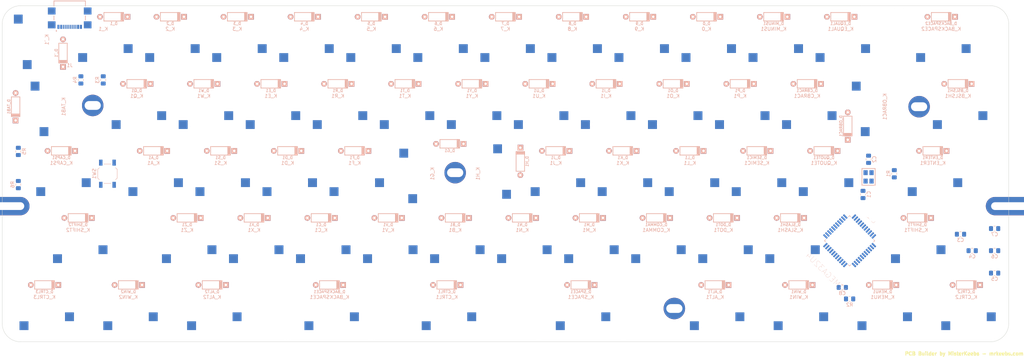
<source format=kicad_pcb>
(kicad_pcb (version 20171130) (host pcbnew "(5.1.6)-1")
  (layers (0 F.Cu signal hide) (31 B.Cu signal) (34 B.Paste user) (35 F.Paste user) (36 B.SilkS user) (37 F.SilkS user) (38 B.Mask user) (39 F.Mask user) (44 Edge.Cuts user))
  (net 0 "")
  (net 1 GND)
  (net 2 VCC)
  (net 3 "Net-(D_1-Pad2)")
  (net 4 "Net-(D_2-Pad2)")
  (net 5 "Net-(D_3-Pad2)")
  (net 6 "Net-(D_4-Pad2)")
  (net 7 "Net-(D_5-Pad2)")
  (net 8 "Net-(D_6-Pad2)")
  (net 9 "Net-(D_7-Pad2)")
  (net 10 "Net-(D_8-Pad2)")
  (net 11 "Net-(D_9-Pad2)")
  (net 12 "Net-(D_0-Pad2)")
  (net 13 "Net-(D_SHIFT1-Pad2)")
  (net 14 "Net-(D_BACKSPACE1-Pad2)")
  (net 15 "Net-(D_CTRL1-Pad2)")
  (net 16 "Net-(D_ALT1-Pad2)")
  (net 17 "Net-(D_WIN1-Pad2)")
  (net 18 "Net-(D_CTRL2-Pad2)")
  (net 19 "Net-(C1-Pad1)")
  (net 20 "Net-(C2-Pad1)")
  (net 21 "Net-(R1-Pad1)")
  (net 22 "Net-(R3-Pad1)")
  (net 23 "Net-(R4-Pad1)")
  (net 24 "Net-(U1-Pad1)")
  (net 25 "Net-(U1-Pad7)")
  (net 26 "Net-(U1-Pad31)")
  (net 27 "Net-(U1-Pad32)")
  (net 28 "Net-(U1-Pad36)")
  (net 29 "Net-(U1-Pad37)")
  (net 30 "Net-(U1-Pad42)")
  (net 31 +5V)
  (net 32 "Net-(C8-Pad1)")
  (net 33 row0)
  (net 34 "Net-(D_`1-Pad2)")
  (net 35 "Net-(D_A1-Pad2)")
  (net 36 row2)
  (net 37 row4)
  (net 38 "Net-(D_ALT2-Pad2)")
  (net 39 "Net-(D_B1-Pad2)")
  (net 40 row3)
  (net 41 "Net-(D_BACKSPACE2-Pad2)")
  (net 42 "Net-(D_BSLSH1-Pad2)")
  (net 43 row1)
  (net 44 "Net-(D_C1-Pad2)")
  (net 45 "Net-(D_CAPS1-Pad2)")
  (net 46 "Net-(D_CBRAC1-Pad2)")
  (net 47 "Net-(D_COMMA1-Pad2)")
  (net 48 "Net-(D_CTRL3-Pad2)")
  (net 49 "Net-(D_D1-Pad2)")
  (net 50 "Net-(D_DOT1-Pad2)")
  (net 51 "Net-(D_E1-Pad2)")
  (net 52 "Net-(D_ENTER1-Pad2)")
  (net 53 "Net-(D_EQUAL1-Pad2)")
  (net 54 "Net-(D_F1-Pad2)")
  (net 55 "Net-(D_G1-Pad2)")
  (net 56 "Net-(D_H1-Pad2)")
  (net 57 "Net-(D_I1-Pad2)")
  (net 58 "Net-(D_J1-Pad2)")
  (net 59 "Net-(D_K1-Pad2)")
  (net 60 "Net-(D_L1-Pad2)")
  (net 61 "Net-(D_M1-Pad2)")
  (net 62 "Net-(D_MENU1-Pad2)")
  (net 63 "Net-(D_MINUS1-Pad2)")
  (net 64 "Net-(D_N1-Pad2)")
  (net 65 "Net-(D_O1-Pad2)")
  (net 66 "Net-(D_OBRAC1-Pad2)")
  (net 67 "Net-(D_P1-Pad2)")
  (net 68 "Net-(D_Q1-Pad2)")
  (net 69 "Net-(D_QUOTE1-Pad2)")
  (net 70 "Net-(D_R1-Pad2)")
  (net 71 "Net-(D_S1-Pad2)")
  (net 72 "Net-(D_SEMIC1-Pad2)")
  (net 73 "Net-(D_SHIFT2-Pad2)")
  (net 74 "Net-(D_SLASH1-Pad2)")
  (net 75 "Net-(D_SPACE1-Pad2)")
  (net 76 "Net-(D_T1-Pad2)")
  (net 77 "Net-(D_TAB1-Pad2)")
  (net 78 "Net-(D_U1-Pad2)")
  (net 79 "Net-(D_V1-Pad2)")
  (net 80 "Net-(D_W1-Pad2)")
  (net 81 "Net-(D_WIN2-Pad2)")
  (net 82 "Net-(D_X1-Pad2)")
  (net 83 "Net-(D_Y1-Pad2)")
  (net 84 "Net-(D_Z1-Pad2)")
  (net 85 col10)
  (net 86 col1)
  (net 87 col2)
  (net 88 col3)
  (net 89 col4)
  (net 90 col5)
  (net 91 col6)
  (net 92 col7)
  (net 93 col8)
  (net 94 col9)
  (net 95 col0)
  (net 96 col13)
  (net 97 col11)
  (net 98 col12)
  (net 99 "Net-(R2-Pad2)")
  (net 100 "Net-(J1-PadA7)")
  (net 101 "Net-(J1-PadA6)")
  (net 102 "Net-(J1-PadA5)")
  (net 103 "Net-(J1-PadB5)")
  (net 104 "Net-(U1-Pad40)")
  (net 105 "Net-(J1-PadA8)")
  (net 106 "Net-(J1-PadB8)")
  (module keyboard_parts:D_axial (layer B.Cu) (at 343.8375 141.2125 180)
    (fp_text reference D_0 (at 0 -1.925) (layer B.SilkS) (effects (font (size 0.8 0.8)) (justify mirror)))
    (fp_text value D hide)
    (pad 2 thru_hole circle (at 3.9 0 180) (size 1.6 1.6) (drill 0.7) (layers *.Cu *.Mask B.SilkS) (net 12 "Net-(D_0-Pad2)"))
    (pad 1 thru_hole rect (at -3.9 0 180) (size 1.6 1.6) (drill 0.7) (layers *.Cu *.Mask B.SilkS) (net 33 row0))
  )
  (module keyboard_parts:D_axial (layer B.Cu) (at 175.3875 141.2125 180)
    (fp_text reference D_1 (at 0 -1.925) (layer B.SilkS) (effects (font (size 0.8 0.8)) (justify mirror)))
    (fp_text value D hide)
    (pad 2 thru_hole circle (at 3.9 0 180) (size 1.6 1.6) (drill 0.7) (layers *.Cu *.Mask B.SilkS) (net 3 "Net-(D_1-Pad2)"))
    (pad 1 thru_hole rect (at -3.9 0 180) (size 1.6 1.6) (drill 0.7) (layers *.Cu *.Mask B.SilkS) (net 33 row0))
  )
  (module keyboard_parts:D_axial (layer B.Cu) (at 191.4375 141.2125 180)
    (fp_text reference D_2 (at 0 -1.925) (layer B.SilkS) (effects (font (size 0.8 0.8)) (justify mirror)))
    (fp_text value D hide)
    (pad 2 thru_hole circle (at 3.9 0 180) (size 1.6 1.6) (drill 0.7) (layers *.Cu *.Mask B.SilkS) (net 4 "Net-(D_2-Pad2)"))
    (pad 1 thru_hole rect (at -3.9 0 180) (size 1.6 1.6) (drill 0.7) (layers *.Cu *.Mask B.SilkS) (net 33 row0))
  )
  (module keyboard_parts:D_axial (layer B.Cu) (at 210.4875 141.2125 180)
    (fp_text reference D_3 (at 0 -1.925) (layer B.SilkS) (effects (font (size 0.8 0.8)) (justify mirror)))
    (fp_text value D hide)
    (pad 2 thru_hole circle (at 3.9 0 180) (size 1.6 1.6) (drill 0.7) (layers *.Cu *.Mask B.SilkS) (net 5 "Net-(D_3-Pad2)"))
    (pad 1 thru_hole rect (at -3.9 0 180) (size 1.6 1.6) (drill 0.7) (layers *.Cu *.Mask B.SilkS) (net 33 row0))
  )
  (module keyboard_parts:D_axial (layer B.Cu) (at 229.5375 141.2125 180)
    (fp_text reference D_4 (at 0 -1.925) (layer B.SilkS) (effects (font (size 0.8 0.8)) (justify mirror)))
    (fp_text value D hide)
    (pad 2 thru_hole circle (at 3.9 0 180) (size 1.6 1.6) (drill 0.7) (layers *.Cu *.Mask B.SilkS) (net 6 "Net-(D_4-Pad2)"))
    (pad 1 thru_hole rect (at -3.9 0 180) (size 1.6 1.6) (drill 0.7) (layers *.Cu *.Mask B.SilkS) (net 33 row0))
  )
  (module keyboard_parts:D_axial (layer B.Cu) (at 248.5875 141.2125 180)
    (fp_text reference D_5 (at 0 -1.925) (layer B.SilkS) (effects (font (size 0.8 0.8)) (justify mirror)))
    (fp_text value D hide)
    (pad 2 thru_hole circle (at 3.9 0 180) (size 1.6 1.6) (drill 0.7) (layers *.Cu *.Mask B.SilkS) (net 7 "Net-(D_5-Pad2)"))
    (pad 1 thru_hole rect (at -3.9 0 180) (size 1.6 1.6) (drill 0.7) (layers *.Cu *.Mask B.SilkS) (net 33 row0))
  )
  (module keyboard_parts:D_axial (layer B.Cu) (at 267.6375 141.2125 180)
    (fp_text reference D_6 (at 0 -1.925) (layer B.SilkS) (effects (font (size 0.8 0.8)) (justify mirror)))
    (fp_text value D hide)
    (pad 2 thru_hole circle (at 3.9 0 180) (size 1.6 1.6) (drill 0.7) (layers *.Cu *.Mask B.SilkS) (net 8 "Net-(D_6-Pad2)"))
    (pad 1 thru_hole rect (at -3.9 0 180) (size 1.6 1.6) (drill 0.7) (layers *.Cu *.Mask B.SilkS) (net 33 row0))
  )
  (module keyboard_parts:D_axial (layer B.Cu) (at 286.6875 141.2125 180)
    (fp_text reference D_7 (at 0 -1.925) (layer B.SilkS) (effects (font (size 0.8 0.8)) (justify mirror)))
    (fp_text value D hide)
    (pad 2 thru_hole circle (at 3.9 0 180) (size 1.6 1.6) (drill 0.7) (layers *.Cu *.Mask B.SilkS) (net 9 "Net-(D_7-Pad2)"))
    (pad 1 thru_hole rect (at -3.9 0 180) (size 1.6 1.6) (drill 0.7) (layers *.Cu *.Mask B.SilkS) (net 33 row0))
  )
  (module keyboard_parts:D_axial (layer B.Cu) (at 305.7375 141.2125 180)
    (fp_text reference D_8 (at 0 -1.925) (layer B.SilkS) (effects (font (size 0.8 0.8)) (justify mirror)))
    (fp_text value D hide)
    (pad 2 thru_hole circle (at 3.9 0 180) (size 1.6 1.6) (drill 0.7) (layers *.Cu *.Mask B.SilkS) (net 10 "Net-(D_8-Pad2)"))
    (pad 1 thru_hole rect (at -3.9 0 180) (size 1.6 1.6) (drill 0.7) (layers *.Cu *.Mask B.SilkS) (net 33 row0))
  )
  (module keyboard_parts:D_axial (layer B.Cu) (at 324.7875 141.2125 180)
    (fp_text reference D_9 (at 0 -1.925) (layer B.SilkS) (effects (font (size 0.8 0.8)) (justify mirror)))
    (fp_text value D hide)
    (pad 2 thru_hole circle (at 3.9 0 180) (size 1.6 1.6) (drill 0.7) (layers *.Cu *.Mask B.SilkS) (net 11 "Net-(D_9-Pad2)"))
    (pad 1 thru_hole rect (at -3.9 0 180) (size 1.6 1.6) (drill 0.7) (layers *.Cu *.Mask B.SilkS) (net 33 row0))
  )
  (module keyboard_parts:D_axial (layer B.Cu) (at 160.97 151.53 90)
    (fp_text reference D_`1 (at 0 -1.925 90) (layer B.SilkS) (effects (font (size 0.8 0.8)) (justify mirror)))
    (fp_text value D hide)
    (pad 2 thru_hole circle (at 3.9 0 90) (size 1.6 1.6) (drill 0.7) (layers *.Cu *.Mask B.SilkS) (net 34 "Net-(D_`1-Pad2)"))
    (pad 1 thru_hole rect (at -3.9 0 90) (size 1.6 1.6) (drill 0.7) (layers *.Cu *.Mask B.SilkS) (net 33 row0))
  )
  (module keyboard_parts:D_axial (layer B.Cu) (at 186.675 179.3125 180)
    (fp_text reference D_A1 (at 0 -1.925) (layer B.SilkS) (effects (font (size 0.8 0.8)) (justify mirror)))
    (fp_text value D hide)
    (pad 2 thru_hole circle (at 3.9 0 180) (size 1.6 1.6) (drill 0.7) (layers *.Cu *.Mask B.SilkS) (net 35 "Net-(D_A1-Pad2)"))
    (pad 1 thru_hole rect (at -3.9 0 180) (size 1.6 1.6) (drill 0.7) (layers *.Cu *.Mask B.SilkS) (net 36 row2))
  )
  (module keyboard_parts:D_axial (layer B.Cu) (at 346.21875 217.4125 180)
    (fp_text reference D_ALT1 (at 0 -1.925) (layer B.SilkS) (effects (font (size 0.8 0.8)) (justify mirror)))
    (fp_text value D hide)
    (pad 2 thru_hole circle (at 3.9 0 180) (size 1.6 1.6) (drill 0.7) (layers *.Cu *.Mask B.SilkS) (net 16 "Net-(D_ALT1-Pad2)"))
    (pad 1 thru_hole rect (at -3.9 0 180) (size 1.6 1.6) (drill 0.7) (layers *.Cu *.Mask B.SilkS) (net 37 row4))
  )
  (module keyboard_parts:D_axial (layer B.Cu) (at 203.34375 217.4125 180)
    (fp_text reference D_ALT2 (at 0 -1.925) (layer B.SilkS) (effects (font (size 0.8 0.8)) (justify mirror)))
    (fp_text value D hide)
    (pad 2 thru_hole circle (at 3.9 0 180) (size 1.6 1.6) (drill 0.7) (layers *.Cu *.Mask B.SilkS) (net 38 "Net-(D_ALT2-Pad2)"))
    (pad 1 thru_hole rect (at -3.9 0 180) (size 1.6 1.6) (drill 0.7) (layers *.Cu *.Mask B.SilkS) (net 37 row4))
  )
  (module keyboard_parts:D_axial (layer B.Cu) (at 272.4 198.3625 180)
    (fp_text reference D_B1 (at 0 -1.925) (layer B.SilkS) (effects (font (size 0.8 0.8)) (justify mirror)))
    (fp_text value D hide)
    (pad 2 thru_hole circle (at 3.9 0 180) (size 1.6 1.6) (drill 0.7) (layers *.Cu *.Mask B.SilkS) (net 39 "Net-(D_B1-Pad2)"))
    (pad 1 thru_hole rect (at -3.9 0 180) (size 1.6 1.6) (drill 0.7) (layers *.Cu *.Mask B.SilkS) (net 40 row3))
  )
  (module keyboard_parts:D_axial (layer B.Cu) (at 236.68125 217.4125 180)
    (fp_text reference D_BACKSPACE1 (at 0 -1.925) (layer B.SilkS) (effects (font (size 0.8 0.8)) (justify mirror)))
    (fp_text value D hide)
    (pad 2 thru_hole circle (at 3.9 0 180) (size 1.6 1.6) (drill 0.7) (layers *.Cu *.Mask B.SilkS) (net 14 "Net-(D_BACKSPACE1-Pad2)"))
    (pad 1 thru_hole rect (at -3.9 0 180) (size 1.6 1.6) (drill 0.7) (layers *.Cu *.Mask B.SilkS) (net 37 row4))
  )
  (module keyboard_parts:D_axial (layer B.Cu) (at 410.5125 141.2125 180)
    (fp_text reference D_BACKSPACE2 (at 0 -1.925) (layer B.SilkS) (effects (font (size 0.8 0.8)) (justify mirror)))
    (fp_text value D hide)
    (pad 2 thru_hole circle (at 3.9 0 180) (size 1.6 1.6) (drill 0.7) (layers *.Cu *.Mask B.SilkS) (net 41 "Net-(D_BACKSPACE2-Pad2)"))
    (pad 1 thru_hole rect (at -3.9 0 180) (size 1.6 1.6) (drill 0.7) (layers *.Cu *.Mask B.SilkS) (net 33 row0))
  )
  (module keyboard_parts:D_axial (layer B.Cu) (at 415.275 160.2625 180)
    (fp_text reference D_BSLSH1 (at 0 -1.925) (layer B.SilkS) (effects (font (size 0.8 0.8)) (justify mirror)))
    (fp_text value D hide)
    (pad 2 thru_hole circle (at 3.9 0 180) (size 1.6 1.6) (drill 0.7) (layers *.Cu *.Mask B.SilkS) (net 42 "Net-(D_BSLSH1-Pad2)"))
    (pad 1 thru_hole rect (at -3.9 0 180) (size 1.6 1.6) (drill 0.7) (layers *.Cu *.Mask B.SilkS) (net 43 row1))
  )
  (module keyboard_parts:D_axial (layer B.Cu) (at 234.3 198.3625 180)
    (fp_text reference D_C1 (at 0 -1.925) (layer B.SilkS) (effects (font (size 0.8 0.8)) (justify mirror)))
    (fp_text value D hide)
    (pad 2 thru_hole circle (at 3.9 0 180) (size 1.6 1.6) (drill 0.7) (layers *.Cu *.Mask B.SilkS) (net 44 "Net-(D_C1-Pad2)"))
    (pad 1 thru_hole rect (at -3.9 0 180) (size 1.6 1.6) (drill 0.7) (layers *.Cu *.Mask B.SilkS) (net 40 row3))
  )
  (module keyboard_parts:D_axial (layer B.Cu) (at 160.48125 179.3125 180)
    (fp_text reference D_CAPS1 (at 0 -1.925) (layer B.SilkS) (effects (font (size 0.8 0.8)) (justify mirror)))
    (fp_text value D hide)
    (pad 2 thru_hole circle (at 3.9 0 180) (size 1.6 1.6) (drill 0.7) (layers *.Cu *.Mask B.SilkS) (net 45 "Net-(D_CAPS1-Pad2)"))
    (pad 1 thru_hole rect (at -3.9 0 180) (size 1.6 1.6) (drill 0.7) (layers *.Cu *.Mask B.SilkS) (net 36 row2))
  )
  (module keyboard_parts:D_axial (layer B.Cu) (at 372.4125 160.2625 180)
    (fp_text reference D_CBRAC1 (at 0 -1.925) (layer B.SilkS) (effects (font (size 0.8 0.8)) (justify mirror)))
    (fp_text value D hide)
    (pad 2 thru_hole circle (at 3.9 0 180) (size 1.6 1.6) (drill 0.7) (layers *.Cu *.Mask B.SilkS) (net 46 "Net-(D_CBRAC1-Pad2)"))
    (pad 1 thru_hole rect (at -3.9 0 180) (size 1.6 1.6) (drill 0.7) (layers *.Cu *.Mask B.SilkS) (net 43 row1))
  )
  (module keyboard_parts:D_axial (layer B.Cu) (at 329.55 198.3625 180)
    (fp_text reference D_COMMA1 (at 0 -1.925) (layer B.SilkS) (effects (font (size 0.8 0.8)) (justify mirror)))
    (fp_text value D hide)
    (pad 2 thru_hole circle (at 3.9 0 180) (size 1.6 1.6) (drill 0.7) (layers *.Cu *.Mask B.SilkS) (net 47 "Net-(D_COMMA1-Pad2)"))
    (pad 1 thru_hole rect (at -3.9 0 180) (size 1.6 1.6) (drill 0.7) (layers *.Cu *.Mask B.SilkS) (net 40 row3))
  )
  (module keyboard_parts:D_axial (layer B.Cu) (at 270.01875 217.4125 180)
    (fp_text reference D_CTRL1 (at 0 -1.925) (layer B.SilkS) (effects (font (size 0.8 0.8)) (justify mirror)))
    (fp_text value D hide)
    (pad 2 thru_hole circle (at 3.9 0 180) (size 1.6 1.6) (drill 0.7) (layers *.Cu *.Mask B.SilkS) (net 15 "Net-(D_CTRL1-Pad2)"))
    (pad 1 thru_hole rect (at -3.9 0 180) (size 1.6 1.6) (drill 0.7) (layers *.Cu *.Mask B.SilkS) (net 37 row4))
  )
  (module keyboard_parts:D_axial (layer B.Cu) (at 417.65625 217.4125 180)
    (fp_text reference D_CTRL2 (at 0 -1.925) (layer B.SilkS) (effects (font (size 0.8 0.8)) (justify mirror)))
    (fp_text value D hide)
    (pad 2 thru_hole circle (at 3.9 0 180) (size 1.6 1.6) (drill 0.7) (layers *.Cu *.Mask B.SilkS) (net 18 "Net-(D_CTRL2-Pad2)"))
    (pad 1 thru_hole rect (at -3.9 0 180) (size 1.6 1.6) (drill 0.7) (layers *.Cu *.Mask B.SilkS) (net 37 row4))
  )
  (module keyboard_parts:D_axial (layer B.Cu) (at 155.71875 217.4125 180)
    (fp_text reference D_CTRL3 (at 0 -1.925) (layer B.SilkS) (effects (font (size 0.8 0.8)) (justify mirror)))
    (fp_text value D hide)
    (pad 2 thru_hole circle (at 3.9 0 180) (size 1.6 1.6) (drill 0.7) (layers *.Cu *.Mask B.SilkS) (net 48 "Net-(D_CTRL3-Pad2)"))
    (pad 1 thru_hole rect (at -3.9 0 180) (size 1.6 1.6) (drill 0.7) (layers *.Cu *.Mask B.SilkS) (net 37 row4))
  )
  (module keyboard_parts:D_axial (layer B.Cu) (at 224.775 179.3125 180)
    (fp_text reference D_D1 (at 0 -1.925) (layer B.SilkS) (effects (font (size 0.8 0.8)) (justify mirror)))
    (fp_text value D hide)
    (pad 2 thru_hole circle (at 3.9 0 180) (size 1.6 1.6) (drill 0.7) (layers *.Cu *.Mask B.SilkS) (net 49 "Net-(D_D1-Pad2)"))
    (pad 1 thru_hole rect (at -3.9 0 180) (size 1.6 1.6) (drill 0.7) (layers *.Cu *.Mask B.SilkS) (net 36 row2))
  )
  (module keyboard_parts:D_axial (layer B.Cu) (at 348.6 198.3625 180)
    (fp_text reference D_DOT1 (at 0 -1.925) (layer B.SilkS) (effects (font (size 0.8 0.8)) (justify mirror)))
    (fp_text value D hide)
    (pad 2 thru_hole circle (at 3.9 0 180) (size 1.6 1.6) (drill 0.7) (layers *.Cu *.Mask B.SilkS) (net 50 "Net-(D_DOT1-Pad2)"))
    (pad 1 thru_hole rect (at -3.9 0 180) (size 1.6 1.6) (drill 0.7) (layers *.Cu *.Mask B.SilkS) (net 40 row3))
  )
  (module keyboard_parts:D_axial (layer B.Cu) (at 220.0125 160.2625 180)
    (fp_text reference D_E1 (at 0 -1.925) (layer B.SilkS) (effects (font (size 0.8 0.8)) (justify mirror)))
    (fp_text value D hide)
    (pad 2 thru_hole circle (at 3.9 0 180) (size 1.6 1.6) (drill 0.7) (layers *.Cu *.Mask B.SilkS) (net 51 "Net-(D_E1-Pad2)"))
    (pad 1 thru_hole rect (at -3.9 0 180) (size 1.6 1.6) (drill 0.7) (layers *.Cu *.Mask B.SilkS) (net 43 row1))
  )
  (module keyboard_parts:D_axial (layer B.Cu) (at 408.13125 179.3125 180)
    (fp_text reference D_ENTER1 (at 0 -1.925) (layer B.SilkS) (effects (font (size 0.8 0.8)) (justify mirror)))
    (fp_text value D hide)
    (pad 2 thru_hole circle (at 3.9 0 180) (size 1.6 1.6) (drill 0.7) (layers *.Cu *.Mask B.SilkS) (net 52 "Net-(D_ENTER1-Pad2)"))
    (pad 1 thru_hole rect (at -3.9 0 180) (size 1.6 1.6) (drill 0.7) (layers *.Cu *.Mask B.SilkS) (net 36 row2))
  )
  (module keyboard_parts:D_axial (layer B.Cu) (at 381.9375 141.2125 180)
    (fp_text reference D_EQUAL1 (at 0 -1.925) (layer B.SilkS) (effects (font (size 0.8 0.8)) (justify mirror)))
    (fp_text value D hide)
    (pad 2 thru_hole circle (at 3.9 0 180) (size 1.6 1.6) (drill 0.7) (layers *.Cu *.Mask B.SilkS) (net 53 "Net-(D_EQUAL1-Pad2)"))
    (pad 1 thru_hole rect (at -3.9 0 180) (size 1.6 1.6) (drill 0.7) (layers *.Cu *.Mask B.SilkS) (net 33 row0))
  )
  (module keyboard_parts:D_axial (layer B.Cu) (at 243.825 179.3125 180)
    (fp_text reference D_F1 (at 0 -1.925) (layer B.SilkS) (effects (font (size 0.8 0.8)) (justify mirror)))
    (fp_text value D hide)
    (pad 2 thru_hole circle (at 3.9 0 180) (size 1.6 1.6) (drill 0.7) (layers *.Cu *.Mask B.SilkS) (net 54 "Net-(D_F1-Pad2)"))
    (pad 1 thru_hole rect (at -3.9 0 180) (size 1.6 1.6) (drill 0.7) (layers *.Cu *.Mask B.SilkS) (net 36 row2))
  )
  (module keyboard_parts:D_axial (layer B.Cu) (at 270.875 177.3125 180)
    (fp_text reference D_G1 (at 0 -1.925) (layer B.SilkS) (effects (font (size 0.8 0.8)) (justify mirror)))
    (fp_text value D hide)
    (pad 2 thru_hole circle (at 3.9 0 180) (size 1.6 1.6) (drill 0.7) (layers *.Cu *.Mask B.SilkS) (net 55 "Net-(D_G1-Pad2)"))
    (pad 1 thru_hole rect (at -3.9 0 180) (size 1.6 1.6) (drill 0.7) (layers *.Cu *.Mask B.SilkS) (net 36 row2))
  )
  (module keyboard_parts:D_axial (layer B.Cu) (at 290.925 182.3125 270)
    (fp_text reference D_H1 (at 0 -1.925 90) (layer B.SilkS) (effects (font (size 0.8 0.8)) (justify mirror)))
    (fp_text value D hide)
    (pad 2 thru_hole circle (at 3.9 0 270) (size 1.6 1.6) (drill 0.7) (layers *.Cu *.Mask B.SilkS) (net 56 "Net-(D_H1-Pad2)"))
    (pad 1 thru_hole rect (at -3.9 0 270) (size 1.6 1.6) (drill 0.7) (layers *.Cu *.Mask B.SilkS) (net 36 row2))
  )
  (module keyboard_parts:D_axial (layer B.Cu) (at 315.2625 160.2625 180)
    (fp_text reference D_I1 (at 0 -1.925) (layer B.SilkS) (effects (font (size 0.8 0.8)) (justify mirror)))
    (fp_text value D hide)
    (pad 2 thru_hole circle (at 3.9 0 180) (size 1.6 1.6) (drill 0.7) (layers *.Cu *.Mask B.SilkS) (net 57 "Net-(D_I1-Pad2)"))
    (pad 1 thru_hole rect (at -3.9 0 180) (size 1.6 1.6) (drill 0.7) (layers *.Cu *.Mask B.SilkS) (net 43 row1))
  )
  (module keyboard_parts:D_axial (layer B.Cu) (at 300.975 179.3125 180)
    (fp_text reference D_J1 (at 0 -1.925) (layer B.SilkS) (effects (font (size 0.8 0.8)) (justify mirror)))
    (fp_text value D hide)
    (pad 2 thru_hole circle (at 3.9 0 180) (size 1.6 1.6) (drill 0.7) (layers *.Cu *.Mask B.SilkS) (net 58 "Net-(D_J1-Pad2)"))
    (pad 1 thru_hole rect (at -3.9 0 180) (size 1.6 1.6) (drill 0.7) (layers *.Cu *.Mask B.SilkS) (net 36 row2))
  )
  (module keyboard_parts:D_axial (layer B.Cu) (at 320.025 179.3125 180)
    (fp_text reference D_K1 (at 0 -1.925) (layer B.SilkS) (effects (font (size 0.8 0.8)) (justify mirror)))
    (fp_text value D hide)
    (pad 2 thru_hole circle (at 3.9 0 180) (size 1.6 1.6) (drill 0.7) (layers *.Cu *.Mask B.SilkS) (net 59 "Net-(D_K1-Pad2)"))
    (pad 1 thru_hole rect (at -3.9 0 180) (size 1.6 1.6) (drill 0.7) (layers *.Cu *.Mask B.SilkS) (net 36 row2))
  )
  (module keyboard_parts:D_axial (layer B.Cu) (at 339.075 179.3125 180)
    (fp_text reference D_L1 (at 0 -1.925) (layer B.SilkS) (effects (font (size 0.8 0.8)) (justify mirror)))
    (fp_text value D hide)
    (pad 2 thru_hole circle (at 3.9 0 180) (size 1.6 1.6) (drill 0.7) (layers *.Cu *.Mask B.SilkS) (net 60 "Net-(D_L1-Pad2)"))
    (pad 1 thru_hole rect (at -3.9 0 180) (size 1.6 1.6) (drill 0.7) (layers *.Cu *.Mask B.SilkS) (net 36 row2))
  )
  (module keyboard_parts:D_axial (layer B.Cu) (at 310.5 198.3625 180)
    (fp_text reference D_M1 (at 0 -1.925) (layer B.SilkS) (effects (font (size 0.8 0.8)) (justify mirror)))
    (fp_text value D hide)
    (pad 2 thru_hole circle (at 3.9 0 180) (size 1.6 1.6) (drill 0.7) (layers *.Cu *.Mask B.SilkS) (net 61 "Net-(D_M1-Pad2)"))
    (pad 1 thru_hole rect (at -3.9 0 180) (size 1.6 1.6) (drill 0.7) (layers *.Cu *.Mask B.SilkS) (net 40 row3))
  )
  (module keyboard_parts:D_axial (layer B.Cu) (at 393.84375 217.4125 180)
    (fp_text reference D_MENU1 (at 0 -1.925) (layer B.SilkS) (effects (font (size 0.8 0.8)) (justify mirror)))
    (fp_text value D hide)
    (pad 2 thru_hole circle (at 3.9 0 180) (size 1.6 1.6) (drill 0.7) (layers *.Cu *.Mask B.SilkS) (net 62 "Net-(D_MENU1-Pad2)"))
    (pad 1 thru_hole rect (at -3.9 0 180) (size 1.6 1.6) (drill 0.7) (layers *.Cu *.Mask B.SilkS) (net 37 row4))
  )
  (module keyboard_parts:D_axial (layer B.Cu) (at 362.8875 141.2125 180)
    (fp_text reference D_MINUS1 (at 0 -1.925) (layer B.SilkS) (effects (font (size 0.8 0.8)) (justify mirror)))
    (fp_text value D hide)
    (pad 2 thru_hole circle (at 3.9 0 180) (size 1.6 1.6) (drill 0.7) (layers *.Cu *.Mask B.SilkS) (net 63 "Net-(D_MINUS1-Pad2)"))
    (pad 1 thru_hole rect (at -3.9 0 180) (size 1.6 1.6) (drill 0.7) (layers *.Cu *.Mask B.SilkS) (net 33 row0))
  )
  (module keyboard_parts:D_axial (layer B.Cu) (at 291.45 198.3625 180)
    (fp_text reference D_N1 (at 0 -1.925) (layer B.SilkS) (effects (font (size 0.8 0.8)) (justify mirror)))
    (fp_text value D hide)
    (pad 2 thru_hole circle (at 3.9 0 180) (size 1.6 1.6) (drill 0.7) (layers *.Cu *.Mask B.SilkS) (net 64 "Net-(D_N1-Pad2)"))
    (pad 1 thru_hole rect (at -3.9 0 180) (size 1.6 1.6) (drill 0.7) (layers *.Cu *.Mask B.SilkS) (net 40 row3))
  )
  (module keyboard_parts:D_axial (layer B.Cu) (at 334.3125 160.2625 180)
    (fp_text reference D_O1 (at 0 -1.925) (layer B.SilkS) (effects (font (size 0.8 0.8)) (justify mirror)))
    (fp_text value D hide)
    (pad 2 thru_hole circle (at 3.9 0 180) (size 1.6 1.6) (drill 0.7) (layers *.Cu *.Mask B.SilkS) (net 65 "Net-(D_O1-Pad2)"))
    (pad 1 thru_hole rect (at -3.9 0 180) (size 1.6 1.6) (drill 0.7) (layers *.Cu *.Mask B.SilkS) (net 43 row1))
  )
  (module keyboard_parts:D_axial (layer B.Cu) (at 383.9675 172.2625 90)
    (fp_text reference D_OBRAC1 (at 0 -1.925 90) (layer B.SilkS) (effects (font (size 0.8 0.8)) (justify mirror)))
    (fp_text value D hide)
    (pad 2 thru_hole circle (at 3.9 0 90) (size 1.6 1.6) (drill 0.7) (layers *.Cu *.Mask B.SilkS) (net 66 "Net-(D_OBRAC1-Pad2)"))
    (pad 1 thru_hole rect (at -3.9 0 90) (size 1.6 1.6) (drill 0.7) (layers *.Cu *.Mask B.SilkS) (net 43 row1))
  )
  (module keyboard_parts:D_axial (layer B.Cu) (at 353.3625 160.2625 180)
    (fp_text reference D_P1 (at 0 -1.925) (layer B.SilkS) (effects (font (size 0.8 0.8)) (justify mirror)))
    (fp_text value D hide)
    (pad 2 thru_hole circle (at 3.9 0 180) (size 1.6 1.6) (drill 0.7) (layers *.Cu *.Mask B.SilkS) (net 67 "Net-(D_P1-Pad2)"))
    (pad 1 thru_hole rect (at -3.9 0 180) (size 1.6 1.6) (drill 0.7) (layers *.Cu *.Mask B.SilkS) (net 43 row1))
  )
  (module keyboard_parts:D_axial (layer B.Cu) (at 181.9125 160.2625 180)
    (fp_text reference D_Q1 (at 0 -1.925) (layer B.SilkS) (effects (font (size 0.8 0.8)) (justify mirror)))
    (fp_text value D hide)
    (pad 2 thru_hole circle (at 3.9 0 180) (size 1.6 1.6) (drill 0.7) (layers *.Cu *.Mask B.SilkS) (net 68 "Net-(D_Q1-Pad2)"))
    (pad 1 thru_hole rect (at -3.9 0 180) (size 1.6 1.6) (drill 0.7) (layers *.Cu *.Mask B.SilkS) (net 43 row1))
  )
  (module keyboard_parts:D_axial (layer B.Cu) (at 377.175 179.3125 180)
    (fp_text reference D_QUOTE1 (at 0 -1.925) (layer B.SilkS) (effects (font (size 0.8 0.8)) (justify mirror)))
    (fp_text value D hide)
    (pad 2 thru_hole circle (at 3.9 0 180) (size 1.6 1.6) (drill 0.7) (layers *.Cu *.Mask B.SilkS) (net 69 "Net-(D_QUOTE1-Pad2)"))
    (pad 1 thru_hole rect (at -3.9 0 180) (size 1.6 1.6) (drill 0.7) (layers *.Cu *.Mask B.SilkS) (net 36 row2))
  )
  (module keyboard_parts:D_axial (layer B.Cu) (at 239.0625 160.2625 180)
    (fp_text reference D_R1 (at 0 -1.925) (layer B.SilkS) (effects (font (size 0.8 0.8)) (justify mirror)))
    (fp_text value D hide)
    (pad 2 thru_hole circle (at 3.9 0 180) (size 1.6 1.6) (drill 0.7) (layers *.Cu *.Mask B.SilkS) (net 70 "Net-(D_R1-Pad2)"))
    (pad 1 thru_hole rect (at -3.9 0 180) (size 1.6 1.6) (drill 0.7) (layers *.Cu *.Mask B.SilkS) (net 43 row1))
  )
  (module keyboard_parts:D_axial (layer B.Cu) (at 205.725 179.3125 180)
    (fp_text reference D_S1 (at 0 -1.925) (layer B.SilkS) (effects (font (size 0.8 0.8)) (justify mirror)))
    (fp_text value D hide)
    (pad 2 thru_hole circle (at 3.9 0 180) (size 1.6 1.6) (drill 0.7) (layers *.Cu *.Mask B.SilkS) (net 71 "Net-(D_S1-Pad2)"))
    (pad 1 thru_hole rect (at -3.9 0 180) (size 1.6 1.6) (drill 0.7) (layers *.Cu *.Mask B.SilkS) (net 36 row2))
  )
  (module keyboard_parts:D_axial (layer B.Cu) (at 358.125 179.3125 180)
    (fp_text reference D_SEMIC1 (at 0 -1.925) (layer B.SilkS) (effects (font (size 0.8 0.8)) (justify mirror)))
    (fp_text value D hide)
    (pad 2 thru_hole circle (at 3.9 0 180) (size 1.6 1.6) (drill 0.7) (layers *.Cu *.Mask B.SilkS) (net 72 "Net-(D_SEMIC1-Pad2)"))
    (pad 1 thru_hole rect (at -3.9 0 180) (size 1.6 1.6) (drill 0.7) (layers *.Cu *.Mask B.SilkS) (net 36 row2))
  )
  (module keyboard_parts:D_axial (layer B.Cu) (at 403.7 198.3625 180)
    (fp_text reference D_SHIFT1 (at 0 -1.925) (layer B.SilkS) (effects (font (size 0.8 0.8)) (justify mirror)))
    (fp_text value D hide)
    (pad 2 thru_hole circle (at 3.9 0 180) (size 1.6 1.6) (drill 0.7) (layers *.Cu *.Mask B.SilkS) (net 13 "Net-(D_SHIFT1-Pad2)"))
    (pad 1 thru_hole rect (at -3.9 0 180) (size 1.6 1.6) (drill 0.7) (layers *.Cu *.Mask B.SilkS) (net 40 row3))
  )
  (module keyboard_parts:D_axial (layer B.Cu) (at 165.24375 198.3625 180)
    (fp_text reference D_SHIFT2 (at 0 -1.925) (layer B.SilkS) (effects (font (size 0.8 0.8)) (justify mirror)))
    (fp_text value D hide)
    (pad 2 thru_hole circle (at 3.9 0 180) (size 1.6 1.6) (drill 0.7) (layers *.Cu *.Mask B.SilkS) (net 73 "Net-(D_SHIFT2-Pad2)"))
    (pad 1 thru_hole rect (at -3.9 0 180) (size 1.6 1.6) (drill 0.7) (layers *.Cu *.Mask B.SilkS) (net 40 row3))
  )
  (module keyboard_parts:D_axial (layer B.Cu) (at 367.65 198.3625 180)
    (fp_text reference D_SLASH1 (at 0 -1.925) (layer B.SilkS) (effects (font (size 0.8 0.8)) (justify mirror)))
    (fp_text value D hide)
    (pad 2 thru_hole circle (at 3.9 0 180) (size 1.6 1.6) (drill 0.7) (layers *.Cu *.Mask B.SilkS) (net 74 "Net-(D_SLASH1-Pad2)"))
    (pad 1 thru_hole rect (at -3.9 0 180) (size 1.6 1.6) (drill 0.7) (layers *.Cu *.Mask B.SilkS) (net 40 row3))
  )
  (module keyboard_parts:D_axial (layer B.Cu) (at 308.11875 217.4125 180)
    (fp_text reference D_SPACE1 (at 0 -1.925) (layer B.SilkS) (effects (font (size 0.8 0.8)) (justify mirror)))
    (fp_text value D hide)
    (pad 2 thru_hole circle (at 3.9 0 180) (size 1.6 1.6) (drill 0.7) (layers *.Cu *.Mask B.SilkS) (net 75 "Net-(D_SPACE1-Pad2)"))
    (pad 1 thru_hole rect (at -3.9 0 180) (size 1.6 1.6) (drill 0.7) (layers *.Cu *.Mask B.SilkS) (net 37 row4))
  )
  (module keyboard_parts:D_axial (layer B.Cu) (at 258.1125 160.2625 180)
    (fp_text reference D_T1 (at 0 -1.925) (layer B.SilkS) (effects (font (size 0.8 0.8)) (justify mirror)))
    (fp_text value D hide)
    (pad 2 thru_hole circle (at 3.9 0 180) (size 1.6 1.6) (drill 0.7) (layers *.Cu *.Mask B.SilkS) (net 76 "Net-(D_T1-Pad2)"))
    (pad 1 thru_hole rect (at -3.9 0 180) (size 1.6 1.6) (drill 0.7) (layers *.Cu *.Mask B.SilkS) (net 43 row1))
  )
  (module keyboard_parts:D_axial (layer B.Cu) (at 147.5 166.7625 90)
    (fp_text reference D_TAB1 (at 0 -1.925 90) (layer B.SilkS) (effects (font (size 0.8 0.8)) (justify mirror)))
    (fp_text value D hide)
    (pad 2 thru_hole circle (at 3.9 0 90) (size 1.6 1.6) (drill 0.7) (layers *.Cu *.Mask B.SilkS) (net 77 "Net-(D_TAB1-Pad2)"))
    (pad 1 thru_hole rect (at -3.9 0 90) (size 1.6 1.6) (drill 0.7) (layers *.Cu *.Mask B.SilkS) (net 43 row1))
  )
  (module keyboard_parts:D_axial (layer B.Cu) (at 296.2125 160.2625 180)
    (fp_text reference D_U1 (at 0 -1.925) (layer B.SilkS) (effects (font (size 0.8 0.8)) (justify mirror)))
    (fp_text value D hide)
    (pad 2 thru_hole circle (at 3.9 0 180) (size 1.6 1.6) (drill 0.7) (layers *.Cu *.Mask B.SilkS) (net 78 "Net-(D_U1-Pad2)"))
    (pad 1 thru_hole rect (at -3.9 0 180) (size 1.6 1.6) (drill 0.7) (layers *.Cu *.Mask B.SilkS) (net 43 row1))
  )
  (module keyboard_parts:D_axial (layer B.Cu) (at 253.35 198.3625 180)
    (fp_text reference D_V1 (at 0 -1.925) (layer B.SilkS) (effects (font (size 0.8 0.8)) (justify mirror)))
    (fp_text value D hide)
    (pad 2 thru_hole circle (at 3.9 0 180) (size 1.6 1.6) (drill 0.7) (layers *.Cu *.Mask B.SilkS) (net 79 "Net-(D_V1-Pad2)"))
    (pad 1 thru_hole rect (at -3.9 0 180) (size 1.6 1.6) (drill 0.7) (layers *.Cu *.Mask B.SilkS) (net 40 row3))
  )
  (module keyboard_parts:D_axial (layer B.Cu) (at 200.9625 160.2625 180)
    (fp_text reference D_W1 (at 0 -1.925) (layer B.SilkS) (effects (font (size 0.8 0.8)) (justify mirror)))
    (fp_text value D hide)
    (pad 2 thru_hole circle (at 3.9 0 180) (size 1.6 1.6) (drill 0.7) (layers *.Cu *.Mask B.SilkS) (net 80 "Net-(D_W1-Pad2)"))
    (pad 1 thru_hole rect (at -3.9 0 180) (size 1.6 1.6) (drill 0.7) (layers *.Cu *.Mask B.SilkS) (net 43 row1))
  )
  (module keyboard_parts:D_axial (layer B.Cu) (at 370.03125 217.4125 180)
    (fp_text reference D_WIN1 (at 0 -1.925) (layer B.SilkS) (effects (font (size 0.8 0.8)) (justify mirror)))
    (fp_text value D hide)
    (pad 2 thru_hole circle (at 3.9 0 180) (size 1.6 1.6) (drill 0.7) (layers *.Cu *.Mask B.SilkS) (net 17 "Net-(D_WIN1-Pad2)"))
    (pad 1 thru_hole rect (at -3.9 0 180) (size 1.6 1.6) (drill 0.7) (layers *.Cu *.Mask B.SilkS) (net 37 row4))
  )
  (module keyboard_parts:D_axial (layer B.Cu) (at 179.53125 217.4125 180)
    (fp_text reference D_WIN2 (at 0 -1.925) (layer B.SilkS) (effects (font (size 0.8 0.8)) (justify mirror)))
    (fp_text value D hide)
    (pad 2 thru_hole circle (at 3.9 0 180) (size 1.6 1.6) (drill 0.7) (layers *.Cu *.Mask B.SilkS) (net 81 "Net-(D_WIN2-Pad2)"))
    (pad 1 thru_hole rect (at -3.9 0 180) (size 1.6 1.6) (drill 0.7) (layers *.Cu *.Mask B.SilkS) (net 37 row4))
  )
  (module keyboard_parts:D_axial (layer B.Cu) (at 215.25 198.3625 180)
    (fp_text reference D_X1 (at 0 -1.925) (layer B.SilkS) (effects (font (size 0.8 0.8)) (justify mirror)))
    (fp_text value D hide)
    (pad 2 thru_hole circle (at 3.9 0 180) (size 1.6 1.6) (drill 0.7) (layers *.Cu *.Mask B.SilkS) (net 82 "Net-(D_X1-Pad2)"))
    (pad 1 thru_hole rect (at -3.9 0 180) (size 1.6 1.6) (drill 0.7) (layers *.Cu *.Mask B.SilkS) (net 40 row3))
  )
  (module keyboard_parts:D_axial (layer B.Cu) (at 277.1625 160.2625 180)
    (fp_text reference D_Y1 (at 0 -1.925) (layer B.SilkS) (effects (font (size 0.8 0.8)) (justify mirror)))
    (fp_text value D hide)
    (pad 2 thru_hole circle (at 3.9 0 180) (size 1.6 1.6) (drill 0.7) (layers *.Cu *.Mask B.SilkS) (net 83 "Net-(D_Y1-Pad2)"))
    (pad 1 thru_hole rect (at -3.9 0 180) (size 1.6 1.6) (drill 0.7) (layers *.Cu *.Mask B.SilkS) (net 43 row1))
  )
  (module keyboard_parts:D_axial (layer B.Cu) (at 196.2 198.3625 180)
    (fp_text reference D_Z1 (at 0 -1.925) (layer B.SilkS) (effects (font (size 0.8 0.8)) (justify mirror)))
    (fp_text value D hide)
    (pad 2 thru_hole circle (at 3.9 0 180) (size 1.6 1.6) (drill 0.7) (layers *.Cu *.Mask B.SilkS) (net 84 "Net-(D_Z1-Pad2)"))
    (pad 1 thru_hole rect (at -3.9 0 180) (size 1.6 1.6) (drill 0.7) (layers *.Cu *.Mask B.SilkS) (net 40 row3))
  )
  (module keyboard_parts:Poker_side_edge_long (layer F.Cu) (at 144.65125 195.0125)
    (fp_text reference Poker_side_edge_long hide)
    (fp_text value VAL** hide)
    (pad "" thru_hole oval (at 0 0) (size 13.6 5.2) (drill oval 10.6 2.2) (layers *.Cu *.Mask))
  )
  (module keyboard_parts:Poker_oval_hole (layer F.Cu) (at 334.69 224.1125)
    (fp_text reference Poker_oval_hole hide)
    (fp_text value VAL** hide)
    (pad "" thru_hole circle (at 0 0) (size 6.1 6.1) (drill oval 4.6 2.5) (layers *.Cu *.Mask))
  )
  (module "Surface Mount Type C:GCT_USB4110-GF-A" (layer B.Cu) (at 162.8625 143)
    (fp_text reference J1 (at 0 12) (layer B.SilkS) (effects (justify mirror)))
    (fp_text value USB_C_Receptacle_USB2.0)
    (pad None np_thru_hole circle (at 2.89 0) (size 0.65 0.65) (drill 0.65) (layers *.Cu *.Mask))
    (pad None np_thru_hole circle (at -2.89 0) (size 0.65 0.65) (drill 0.65) (layers *.Cu *.Mask))
    (pad S4 smd rect (at 5.11 -3.43) (size 2.18 2) (layers B.Cu B.Paste B.Mask))
    (pad S3 smd rect (at -5.11 -3.43) (size 2.18 2) (layers B.Cu B.Paste B.Mask))
    (pad S2 smd rect (at 5.11 0.5) (size 2.18 2) (layers B.Cu B.Paste B.Mask))
    (pad S1 smd rect (at -5.11 0.5) (size 2.18 2) (layers B.Cu B.Paste B.Mask))
    (pad A7 smd rect (at 0.25 1.075) (size 0.3 1.15) (layers B.Cu B.Paste B.Mask) (net 100 "Net-(J1-PadA7)"))
    (pad A6 smd rect (at -0.25 1.075) (size 0.3 1.15) (layers B.Cu B.Paste B.Mask) (net 101 "Net-(J1-PadA6)"))
    (pad B6 smd rect (at 0.75 1.075) (size 0.3 1.15) (layers B.Cu B.Paste B.Mask) (net 101 "Net-(J1-PadA6)"))
    (pad B7 smd rect (at -0.75 1.075) (size 0.3 1.15) (layers B.Cu B.Paste B.Mask) (net 100 "Net-(J1-PadA7)"))
    (pad A8 smd rect (at 1.25 1.075) (size 0.3 1.15) (layers B.Cu B.Paste B.Mask) (net 105 "Net-(J1-PadA8)"))
    (pad A5 smd rect (at -1.25 1.075) (size 0.3 1.15) (layers B.Cu B.Paste B.Mask) (net 102 "Net-(J1-PadA5)"))
    (pad B5 smd rect (at 1.75 1.075) (size 0.3 1.15) (layers B.Cu B.Paste B.Mask) (net 103 "Net-(J1-PadB5)"))
    (pad B8 smd rect (at -1.75 1.075) (size 0.3 1.15) (layers B.Cu B.Paste B.Mask) (net 106 "Net-(J1-PadB8)"))
    (pad B1/A12 smd rect (at 3.2 1.075) (size 0.6 1.15) (layers B.Cu B.Paste B.Mask))
    (pad B4/A9 smd rect (at 2.4 1.075) (size 0.6 1.15) (layers B.Cu B.Paste B.Mask))
    (pad A4/B9 smd rect (at -2.4 1.075) (size 0.6 1.15) (layers B.Cu B.Paste B.Mask))
    (pad A1/B12 smd rect (at -3.2 1.075) (size 0.6 1.15) (layers B.Cu B.Paste B.Mask))
  )
  (module keyboard_parts:Poker_oval_hole (layer F.Cu) (at 169.41 166.4125)
    (fp_text reference Poker_oval_hole hide)
    (fp_text value VAL** hide)
    (pad "" thru_hole circle (at 0 0) (size 6.1 6.1) (drill oval 4.6 2.5) (layers *.Cu *.Mask))
  )
  (module keyboard_parts:Poker_oval_hole (layer F.Cu) (at 272.405 185.5125)
    (fp_text reference Poker_oval_hole hide)
    (fp_text value VAL** hide)
    (pad "" thru_hole circle (at 0 0) (size 6.1 6.1) (drill oval 4.6 2.5) (layers *.Cu *.Mask))
  )
  (module MX_ALPS_Hybrid:MXOnly-1.5U-Hotswap (layer F.Cu) (at 158.1 166.7625 90)
    (fp_text reference K_TAB1)
    (fp_text value KEYSW)
    (fp_text user %R (at 0 3.048 90) (layer B.SilkS) (effects (justify mirror)))
    (pad 2 smd rect (at 5.842 -5.08 90) (size 2.55 2.5) (layers B.Cu B.Paste B.Mask) (net 77 "Net-(D_TAB1-Pad2)"))
    (pad 1 smd rect (at -7.085 -2.54 90) (size 2.55 2.5) (layers B.Cu B.Paste B.Mask) (net 95 col0))
    (pad "" np_thru_hole circle (at 5.08 0 138.0996) (size 1.75 1.75) (drill 1.75) (layers *.Cu *.Mask))
    (pad "" np_thru_hole circle (at -5.08 0 138.0996) (size 1.75 1.75) (drill 1.75) (layers *.Cu *.Mask))
    (pad "" np_thru_hole circle (at -3.81 -2.54 90) (size 3 3) (drill 3) (layers *.Cu *.Mask))
    (pad "" np_thru_hole circle (at 0 0 90) (size 3.9878 3.9878) (drill 3.9878) (layers *.Cu *.Mask))
    (pad "" np_thru_hole circle (at 2.54 -5.08 90) (size 3 3) (drill 3) (layers *.Cu *.Mask))
  )
  (module keyboard_parts:Poker_oval_hole (layer F.Cu) (at 404.2399 166.7625)
    (fp_text reference Poker_oval_hole hide)
    (fp_text value VAL** hide)
    (pad "" thru_hole circle (at 0 0) (size 6.1 6.1) (drill oval 4.6 2.5) (layers *.Cu *.Mask))
  )
  (module keyboard_parts:Poker_side_edge_long (layer F.Cu) (at 430 195.01495)
    (fp_text reference Poker_side_edge_long hide)
    (fp_text value VAL** hide)
    (pad "" thru_hole oval (at 0 0) (size 13.6 5.2) (drill oval 10.6 2.2) (layers *.Cu *.Mask))
  )
  (module MX_ALPS_Hybrid:MXOnly-2.25U-Hotswap-ReversedStabilizers (layer F.Cu) (at 165.24375 204.8625 180)
    (fp_text reference K_SHIFT2)
    (fp_text value KEYSW)
    (fp_text user %R (at 0 3.048) (layer B.SilkS) (effects (justify mirror)))
    (pad "" np_thru_hole circle (at -11.938 -8.255 180) (size 3.9878 3.9878) (drill 3.9878) (layers *.Cu *.Mask))
    (pad "" np_thru_hole circle (at 11.938 -8.255 180) (size 3.9878 3.9878) (drill 3.9878) (layers *.Cu *.Mask))
    (pad "" np_thru_hole circle (at -11.938 6.985 180) (size 3.048 3.048) (drill 3.048) (layers *.Cu *.Mask))
    (pad "" np_thru_hole circle (at 11.938 6.985 180) (size 3.048 3.048) (drill 3.048) (layers *.Cu *.Mask))
    (pad 2 smd rect (at 5.842 -5.08 180) (size 2.55 2.5) (layers B.Cu B.Paste B.Mask) (net 73 "Net-(D_SHIFT2-Pad2)"))
    (pad 1 smd rect (at -7.085 -2.54 180) (size 2.55 2.5) (layers B.Cu B.Paste B.Mask) (net 95 col0))
    (pad "" np_thru_hole circle (at 5.08 0 228.0996) (size 1.75 1.75) (drill 1.75) (layers *.Cu *.Mask))
    (pad "" np_thru_hole circle (at -5.08 0 228.0996) (size 1.75 1.75) (drill 1.75) (layers *.Cu *.Mask))
    (pad "" np_thru_hole circle (at -3.81 -2.54 180) (size 3 3) (drill 3) (layers *.Cu *.Mask))
    (pad "" np_thru_hole circle (at 0 0 180) (size 3.9878 3.9878) (drill 3.9878) (layers *.Cu *.Mask))
    (pad "" np_thru_hole circle (at 2.54 -5.08 180) (size 3 3) (drill 3) (layers *.Cu *.Mask))
  )
  (module MX_ALPS_Hybrid:MXOnly-2U-Hotswap-ReversedStabilizers (layer F.Cu) (at 410.5125 147.7125 180)
    (fp_text reference K_BACKSPACE2)
    (fp_text value KEYSW)
    (fp_text user %R (at 0 3.048) (layer B.SilkS) (effects (justify mirror)))
    (pad "" np_thru_hole circle (at -11.938 -8.255 180) (size 3.9878 3.9878) (drill 3.9878) (layers *.Cu *.Mask))
    (pad "" np_thru_hole circle (at 11.938 -8.255 180) (size 3.9878 3.9878) (drill 3.9878) (layers *.Cu *.Mask))
    (pad "" np_thru_hole circle (at -11.938 6.985 180) (size 3.048 3.048) (drill 3.048) (layers *.Cu *.Mask))
    (pad "" np_thru_hole circle (at 11.938 6.985 180) (size 3.048 3.048) (drill 3.048) (layers *.Cu *.Mask))
    (pad 2 smd rect (at 5.842 -5.08 180) (size 2.55 2.5) (layers B.Cu B.Paste B.Mask) (net 41 "Net-(D_BACKSPACE2-Pad2)"))
    (pad 1 smd rect (at -7.085 -2.54 180) (size 2.55 2.5) (layers B.Cu B.Paste B.Mask) (net 96 col13))
    (pad "" np_thru_hole circle (at 5.08 0 228.0996) (size 1.75 1.75) (drill 1.75) (layers *.Cu *.Mask))
    (pad "" np_thru_hole circle (at -5.08 0 228.0996) (size 1.75 1.75) (drill 1.75) (layers *.Cu *.Mask))
    (pad "" np_thru_hole circle (at -3.81 -2.54 180) (size 3 3) (drill 3) (layers *.Cu *.Mask))
    (pad "" np_thru_hole circle (at 0 0 180) (size 3.9878 3.9878) (drill 3.9878) (layers *.Cu *.Mask))
    (pad "" np_thru_hole circle (at 2.54 -5.08 180) (size 3 3) (drill 3) (layers *.Cu *.Mask))
  )
  (module MX_ALPS_Hybrid:MXOnly-2.25U-Hotswap-ReversedStabilizers (layer F.Cu) (at 408.13125 185.8125 180)
    (fp_text reference K_ENTER1)
    (fp_text value KEYSW)
    (fp_text user %R (at 0 3.048) (layer B.SilkS) (effects (justify mirror)))
    (pad "" np_thru_hole circle (at -11.938 -8.255 180) (size 3.9878 3.9878) (drill 3.9878) (layers *.Cu *.Mask))
    (pad "" np_thru_hole circle (at 11.938 -8.255 180) (size 3.9878 3.9878) (drill 3.9878) (layers *.Cu *.Mask))
    (pad "" np_thru_hole circle (at -11.938 6.985 180) (size 3.048 3.048) (drill 3.048) (layers *.Cu *.Mask))
    (pad "" np_thru_hole circle (at 11.938 6.985 180) (size 3.048 3.048) (drill 3.048) (layers *.Cu *.Mask))
    (pad 2 smd rect (at 5.842 -5.08 180) (size 2.55 2.5) (layers B.Cu B.Paste B.Mask) (net 52 "Net-(D_ENTER1-Pad2)"))
    (pad 1 smd rect (at -7.085 -2.54 180) (size 2.55 2.5) (layers B.Cu B.Paste B.Mask) (net 98 col12))
    (pad "" np_thru_hole circle (at 5.08 0 228.0996) (size 1.75 1.75) (drill 1.75) (layers *.Cu *.Mask))
    (pad "" np_thru_hole circle (at -5.08 0 228.0996) (size 1.75 1.75) (drill 1.75) (layers *.Cu *.Mask))
    (pad "" np_thru_hole circle (at -3.81 -2.54 180) (size 3 3) (drill 3) (layers *.Cu *.Mask))
    (pad "" np_thru_hole circle (at 0 0 180) (size 3.9878 3.9878) (drill 3.9878) (layers *.Cu *.Mask))
    (pad "" np_thru_hole circle (at 2.54 -5.08 180) (size 3 3) (drill 3) (layers *.Cu *.Mask))
  )
  (module MX_ALPS_Hybrid:MXOnly-2.75U-Hotswap-ReversedStabilizers (layer F.Cu) (at 403.36875 204.8625 180)
    (fp_text reference K_SHIFT1)
    (fp_text value KEYSW)
    (fp_text user %R (at 0 3.048) (layer B.SilkS) (effects (justify mirror)))
    (pad "" np_thru_hole circle (at -11.938 -8.255 180) (size 3.9878 3.9878) (drill 3.9878) (layers *.Cu *.Mask))
    (pad "" np_thru_hole circle (at 11.938 -8.255 180) (size 3.9878 3.9878) (drill 3.9878) (layers *.Cu *.Mask))
    (pad "" np_thru_hole circle (at -11.938 6.985 180) (size 3.048 3.048) (drill 3.048) (layers *.Cu *.Mask))
    (pad "" np_thru_hole circle (at 11.938 6.985 180) (size 3.048 3.048) (drill 3.048) (layers *.Cu *.Mask))
    (pad 2 smd rect (at 5.842 -5.08 180) (size 2.55 2.5) (layers B.Cu B.Paste B.Mask) (net 13 "Net-(D_SHIFT1-Pad2)"))
    (pad 1 smd rect (at -7.085 -2.54 180) (size 2.55 2.5) (layers B.Cu B.Paste B.Mask) (net 97 col11))
    (pad "" np_thru_hole circle (at 5.08 0 228.0996) (size 1.75 1.75) (drill 1.75) (layers *.Cu *.Mask))
    (pad "" np_thru_hole circle (at -5.08 0 228.0996) (size 1.75 1.75) (drill 1.75) (layers *.Cu *.Mask))
    (pad "" np_thru_hole circle (at -3.81 -2.54 180) (size 3 3) (drill 3) (layers *.Cu *.Mask))
    (pad "" np_thru_hole circle (at 0 0 180) (size 3.9878 3.9878) (drill 3.9878) (layers *.Cu *.Mask))
    (pad "" np_thru_hole circle (at 2.54 -5.08 180) (size 3 3) (drill 3) (layers *.Cu *.Mask))
  )
  (module MX_ALPS_Hybrid:MXOnly-2.25U-Hotswap (layer F.Cu) (at 236.68125 223.9125 180)
    (fp_text reference K_BACKSPACE1)
    (fp_text value KEYSW)
    (fp_text user %R (at 0 3.048) (layer B.SilkS) (effects (justify mirror)))
    (pad "" np_thru_hole circle (at -11.938 8.255 180) (size 3.9878 3.9878) (drill 3.9878) (layers *.Cu *.Mask))
    (pad "" np_thru_hole circle (at 11.938 8.255 180) (size 3.9878 3.9878) (drill 3.9878) (layers *.Cu *.Mask))
    (pad "" np_thru_hole circle (at -11.938 -6.985 180) (size 3.048 3.048) (drill 3.048) (layers *.Cu *.Mask))
    (pad "" np_thru_hole circle (at 11.938 -6.985 180) (size 3.048 3.048) (drill 3.048) (layers *.Cu *.Mask))
    (pad 2 smd rect (at 5.842 -5.08 180) (size 2.55 2.5) (layers B.Cu B.Paste B.Mask) (net 14 "Net-(D_BACKSPACE1-Pad2)"))
    (pad 1 smd rect (at -7.085 -2.54 180) (size 2.55 2.5) (layers B.Cu B.Paste B.Mask) (net 88 col3))
    (pad "" np_thru_hole circle (at 5.08 0 228.0996) (size 1.75 1.75) (drill 1.75) (layers *.Cu *.Mask))
    (pad "" np_thru_hole circle (at -5.08 0 228.0996) (size 1.75 1.75) (drill 1.75) (layers *.Cu *.Mask))
    (pad "" np_thru_hole circle (at -3.81 -2.54 180) (size 3 3) (drill 3) (layers *.Cu *.Mask))
    (pad "" np_thru_hole circle (at 0 0 180) (size 3.9878 3.9878) (drill 3.9878) (layers *.Cu *.Mask))
    (pad "" np_thru_hole circle (at 2.54 -5.08 180) (size 3 3) (drill 3) (layers *.Cu *.Mask))
  )
  (module MX_ALPS_Hybrid:MXOnly-2.75U-Hotswap (layer F.Cu) (at 308.11875 223.9125 180)
    (fp_text reference K_SPACE1)
    (fp_text value KEYSW)
    (fp_text user %R (at 0 3.048) (layer B.SilkS) (effects (justify mirror)))
    (pad "" np_thru_hole circle (at 2.54 -5.08 180) (size 3 3) (drill 3) (layers *.Cu *.Mask))
    (pad "" np_thru_hole circle (at 0 0 180) (size 3.9878 3.9878) (drill 3.9878) (layers *.Cu *.Mask))
    (pad "" np_thru_hole circle (at -3.81 -2.54 180) (size 3 3) (drill 3) (layers *.Cu *.Mask))
    (pad "" np_thru_hole circle (at -5.08 0 228.0996) (size 1.75 1.75) (drill 1.75) (layers *.Cu *.Mask))
    (pad "" np_thru_hole circle (at 5.08 0 228.0996) (size 1.75 1.75) (drill 1.75) (layers *.Cu *.Mask))
    (pad 1 smd rect (at -7.085 -2.54 180) (size 2.55 2.5) (layers B.Cu B.Paste B.Mask) (net 92 col7))
    (pad 2 smd rect (at 5.842 -5.08 180) (size 2.55 2.5) (layers B.Cu B.Paste B.Mask) (net 75 "Net-(D_SPACE1-Pad2)"))
    (pad "" np_thru_hole circle (at 11.938 -6.985 180) (size 3.048 3.048) (drill 3.048) (layers *.Cu *.Mask))
    (pad "" np_thru_hole circle (at -11.938 -6.985 180) (size 3.048 3.048) (drill 3.048) (layers *.Cu *.Mask))
    (pad "" np_thru_hole circle (at 11.938 8.255 180) (size 3.9878 3.9878) (drill 3.9878) (layers *.Cu *.Mask))
    (pad "" np_thru_hole circle (at -11.938 8.255 180) (size 3.9878 3.9878) (drill 3.9878) (layers *.Cu *.Mask))
  )
  (module MX_ALPS_Hybrid:MXOnly-1.25U-Hotswap (layer F.Cu) (at 417.65625 223.9125 180)
    (fp_text reference K_CTRL2)
    (fp_text value KEYSW)
    (fp_text user %R (at 0 3.048) (layer B.SilkS) (effects (justify mirror)))
    (pad 2 smd rect (at 5.842 -5.08 180) (size 2.55 2.5) (layers B.Cu B.Paste B.Mask) (net 18 "Net-(D_CTRL2-Pad2)"))
    (pad 1 smd rect (at -7.085 -2.54 180) (size 2.55 2.5) (layers B.Cu B.Paste B.Mask) (net 96 col13))
    (pad "" np_thru_hole circle (at 5.08 0 228.0996) (size 1.75 1.75) (drill 1.75) (layers *.Cu *.Mask))
    (pad "" np_thru_hole circle (at -5.08 0 228.0996) (size 1.75 1.75) (drill 1.75) (layers *.Cu *.Mask))
    (pad "" np_thru_hole circle (at -3.81 -2.54 180) (size 3 3) (drill 3) (layers *.Cu *.Mask))
    (pad "" np_thru_hole circle (at 0 0 180) (size 3.9878 3.9878) (drill 3.9878) (layers *.Cu *.Mask))
    (pad "" np_thru_hole circle (at 2.54 -5.08 180) (size 3 3) (drill 3) (layers *.Cu *.Mask))
  )
  (module MX_ALPS_Hybrid:MXOnly-1.75U-Hotswap (layer F.Cu) (at 160.48125 185.8125 180)
    (fp_text reference K_CAPS1)
    (fp_text value KEYSW)
    (fp_text user %R (at 0 3.048) (layer B.SilkS) (effects (justify mirror)))
    (pad 2 smd rect (at 5.842 -5.08 180) (size 2.55 2.5) (layers B.Cu B.Paste B.Mask) (net 45 "Net-(D_CAPS1-Pad2)"))
    (pad 1 smd rect (at -7.085 -2.54 180) (size 2.55 2.5) (layers B.Cu B.Paste B.Mask) (net 95 col0))
    (pad "" np_thru_hole circle (at 5.08 0 228.0996) (size 1.75 1.75) (drill 1.75) (layers *.Cu *.Mask))
    (pad "" np_thru_hole circle (at -5.08 0 228.0996) (size 1.75 1.75) (drill 1.75) (layers *.Cu *.Mask))
    (pad "" np_thru_hole circle (at -3.81 -2.54 180) (size 3 3) (drill 3) (layers *.Cu *.Mask))
    (pad "" np_thru_hole circle (at 0 0 180) (size 3.9878 3.9878) (drill 3.9878) (layers *.Cu *.Mask))
    (pad "" np_thru_hole circle (at 2.54 -5.08 180) (size 3 3) (drill 3) (layers *.Cu *.Mask))
  )
  (module MX_ALPS_Hybrid:MXOnly-1.5U-Hotswap (layer F.Cu) (at 415.275 166.7625 180)
    (fp_text reference K_BSLSH1)
    (fp_text value KEYSW)
    (fp_text user %R (at 0 3.048) (layer B.SilkS) (effects (justify mirror)))
    (pad 2 smd rect (at 5.842 -5.08 180) (size 2.55 2.5) (layers B.Cu B.Paste B.Mask) (net 42 "Net-(D_BSLSH1-Pad2)"))
    (pad 1 smd rect (at -7.085 -2.54 180) (size 2.55 2.5) (layers B.Cu B.Paste B.Mask) (net 96 col13))
    (pad "" np_thru_hole circle (at 5.08 0 228.0996) (size 1.75 1.75) (drill 1.75) (layers *.Cu *.Mask))
    (pad "" np_thru_hole circle (at -5.08 0 228.0996) (size 1.75 1.75) (drill 1.75) (layers *.Cu *.Mask))
    (pad "" np_thru_hole circle (at -3.81 -2.54 180) (size 3 3) (drill 3) (layers *.Cu *.Mask))
    (pad "" np_thru_hole circle (at 0 0 180) (size 3.9878 3.9878) (drill 3.9878) (layers *.Cu *.Mask))
    (pad "" np_thru_hole circle (at 2.54 -5.08 180) (size 3 3) (drill 3) (layers *.Cu *.Mask))
  )
  (module MX_ALPS_Hybrid:MXOnly-1U-Hotswap (layer F.Cu) (at 153.3375 147.7125 90)
    (fp_text reference K_`1)
    (fp_text value KEYSW)
    (fp_text user %R (at 0 3.048 90) (layer B.SilkS) (effects (justify mirror)))
    (pad 2 smd rect (at 5.842 -5.08 90) (size 2.55 2.5) (layers B.Cu B.Paste B.Mask) (net 34 "Net-(D_`1-Pad2)"))
    (pad 1 smd rect (at -7.085 -2.54 90) (size 2.55 2.5) (layers B.Cu B.Paste B.Mask) (net 95 col0))
    (pad "" np_thru_hole circle (at 5.08 0 138.0996) (size 1.75 1.75) (drill 1.75) (layers *.Cu *.Mask))
    (pad "" np_thru_hole circle (at -5.08 0 138.0996) (size 1.75 1.75) (drill 1.75) (layers *.Cu *.Mask))
    (pad "" np_thru_hole circle (at -3.81 -2.54 90) (size 3 3) (drill 3) (layers *.Cu *.Mask))
    (pad "" np_thru_hole circle (at 0 0 90) (size 3.9878 3.9878) (drill 3.9878) (layers *.Cu *.Mask))
    (pad "" np_thru_hole circle (at 2.54 -5.08 90) (size 3 3) (drill 3) (layers *.Cu *.Mask))
  )
  (module MX_ALPS_Hybrid:MXOnly-1U-Hotswap (layer F.Cu) (at 172.3875 147.7125 180)
    (fp_text reference K_1)
    (fp_text value KEYSW)
    (fp_text user %R (at 0 3.048) (layer B.SilkS) (effects (justify mirror)))
    (pad 2 smd rect (at 5.842 -5.08 180) (size 2.55 2.5) (layers B.Cu B.Paste B.Mask) (net 3 "Net-(D_1-Pad2)"))
    (pad 1 smd rect (at -7.085 -2.54 180) (size 2.55 2.5) (layers B.Cu B.Paste B.Mask) (net 86 col1))
    (pad "" np_thru_hole circle (at 5.08 0 228.0996) (size 1.75 1.75) (drill 1.75) (layers *.Cu *.Mask))
    (pad "" np_thru_hole circle (at -5.08 0 228.0996) (size 1.75 1.75) (drill 1.75) (layers *.Cu *.Mask))
    (pad "" np_thru_hole circle (at -3.81 -2.54 180) (size 3 3) (drill 3) (layers *.Cu *.Mask))
    (pad "" np_thru_hole circle (at 0 0 180) (size 3.9878 3.9878) (drill 3.9878) (layers *.Cu *.Mask))
    (pad "" np_thru_hole circle (at 2.54 -5.08 180) (size 3 3) (drill 3) (layers *.Cu *.Mask))
  )
  (module MX_ALPS_Hybrid:MXOnly-1U-Hotswap (layer F.Cu) (at 191.4375 147.7125 180)
    (fp_text reference K_2)
    (fp_text value KEYSW)
    (fp_text user %R (at 0 3.048) (layer B.SilkS) (effects (justify mirror)))
    (pad 2 smd rect (at 5.842 -5.08 180) (size 2.55 2.5) (layers B.Cu B.Paste B.Mask) (net 4 "Net-(D_2-Pad2)"))
    (pad 1 smd rect (at -7.085 -2.54 180) (size 2.55 2.5) (layers B.Cu B.Paste B.Mask) (net 87 col2))
    (pad "" np_thru_hole circle (at 5.08 0 228.0996) (size 1.75 1.75) (drill 1.75) (layers *.Cu *.Mask))
    (pad "" np_thru_hole circle (at -5.08 0 228.0996) (size 1.75 1.75) (drill 1.75) (layers *.Cu *.Mask))
    (pad "" np_thru_hole circle (at -3.81 -2.54 180) (size 3 3) (drill 3) (layers *.Cu *.Mask))
    (pad "" np_thru_hole circle (at 0 0 180) (size 3.9878 3.9878) (drill 3.9878) (layers *.Cu *.Mask))
    (pad "" np_thru_hole circle (at 2.54 -5.08 180) (size 3 3) (drill 3) (layers *.Cu *.Mask))
  )
  (module MX_ALPS_Hybrid:MXOnly-1U-Hotswap (layer F.Cu) (at 210.4875 147.7125 180)
    (fp_text reference K_3)
    (fp_text value KEYSW)
    (fp_text user %R (at 0 3.048) (layer B.SilkS) (effects (justify mirror)))
    (pad 2 smd rect (at 5.842 -5.08 180) (size 2.55 2.5) (layers B.Cu B.Paste B.Mask) (net 5 "Net-(D_3-Pad2)"))
    (pad 1 smd rect (at -7.085 -2.54 180) (size 2.55 2.5) (layers B.Cu B.Paste B.Mask) (net 88 col3))
    (pad "" np_thru_hole circle (at 5.08 0 228.0996) (size 1.75 1.75) (drill 1.75) (layers *.Cu *.Mask))
    (pad "" np_thru_hole circle (at -5.08 0 228.0996) (size 1.75 1.75) (drill 1.75) (layers *.Cu *.Mask))
    (pad "" np_thru_hole circle (at -3.81 -2.54 180) (size 3 3) (drill 3) (layers *.Cu *.Mask))
    (pad "" np_thru_hole circle (at 0 0 180) (size 3.9878 3.9878) (drill 3.9878) (layers *.Cu *.Mask))
    (pad "" np_thru_hole circle (at 2.54 -5.08 180) (size 3 3) (drill 3) (layers *.Cu *.Mask))
  )
  (module MX_ALPS_Hybrid:MXOnly-1U-Hotswap (layer F.Cu) (at 229.5375 147.7125 180)
    (fp_text reference K_4)
    (fp_text value KEYSW)
    (fp_text user %R (at 0 3.048) (layer B.SilkS) (effects (justify mirror)))
    (pad 2 smd rect (at 5.842 -5.08 180) (size 2.55 2.5) (layers B.Cu B.Paste B.Mask) (net 6 "Net-(D_4-Pad2)"))
    (pad 1 smd rect (at -7.085 -2.54 180) (size 2.55 2.5) (layers B.Cu B.Paste B.Mask) (net 89 col4))
    (pad "" np_thru_hole circle (at 5.08 0 228.0996) (size 1.75 1.75) (drill 1.75) (layers *.Cu *.Mask))
    (pad "" np_thru_hole circle (at -5.08 0 228.0996) (size 1.75 1.75) (drill 1.75) (layers *.Cu *.Mask))
    (pad "" np_thru_hole circle (at -3.81 -2.54 180) (size 3 3) (drill 3) (layers *.Cu *.Mask))
    (pad "" np_thru_hole circle (at 0 0 180) (size 3.9878 3.9878) (drill 3.9878) (layers *.Cu *.Mask))
    (pad "" np_thru_hole circle (at 2.54 -5.08 180) (size 3 3) (drill 3) (layers *.Cu *.Mask))
  )
  (module MX_ALPS_Hybrid:MXOnly-1U-Hotswap (layer F.Cu) (at 248.5875 147.7125 180)
    (fp_text reference K_5)
    (fp_text value KEYSW)
    (fp_text user %R (at 0 3.048) (layer B.SilkS) (effects (justify mirror)))
    (pad 2 smd rect (at 5.842 -5.08 180) (size 2.55 2.5) (layers B.Cu B.Paste B.Mask) (net 7 "Net-(D_5-Pad2)"))
    (pad 1 smd rect (at -7.085 -2.54 180) (size 2.55 2.5) (layers B.Cu B.Paste B.Mask) (net 90 col5))
    (pad "" np_thru_hole circle (at 5.08 0 228.0996) (size 1.75 1.75) (drill 1.75) (layers *.Cu *.Mask))
    (pad "" np_thru_hole circle (at -5.08 0 228.0996) (size 1.75 1.75) (drill 1.75) (layers *.Cu *.Mask))
    (pad "" np_thru_hole circle (at -3.81 -2.54 180) (size 3 3) (drill 3) (layers *.Cu *.Mask))
    (pad "" np_thru_hole circle (at 0 0 180) (size 3.9878 3.9878) (drill 3.9878) (layers *.Cu *.Mask))
    (pad "" np_thru_hole circle (at 2.54 -5.08 180) (size 3 3) (drill 3) (layers *.Cu *.Mask))
  )
  (module MX_ALPS_Hybrid:MXOnly-1U-Hotswap (layer F.Cu) (at 267.6375 147.7125 180)
    (fp_text reference K_6)
    (fp_text value KEYSW)
    (fp_text user %R (at 0 3.048) (layer B.SilkS) (effects (justify mirror)))
    (pad 2 smd rect (at 5.842 -5.08 180) (size 2.55 2.5) (layers B.Cu B.Paste B.Mask) (net 8 "Net-(D_6-Pad2)"))
    (pad 1 smd rect (at -7.085 -2.54 180) (size 2.55 2.5) (layers B.Cu B.Paste B.Mask) (net 91 col6))
    (pad "" np_thru_hole circle (at 5.08 0 228.0996) (size 1.75 1.75) (drill 1.75) (layers *.Cu *.Mask))
    (pad "" np_thru_hole circle (at -5.08 0 228.0996) (size 1.75 1.75) (drill 1.75) (layers *.Cu *.Mask))
    (pad "" np_thru_hole circle (at -3.81 -2.54 180) (size 3 3) (drill 3) (layers *.Cu *.Mask))
    (pad "" np_thru_hole circle (at 0 0 180) (size 3.9878 3.9878) (drill 3.9878) (layers *.Cu *.Mask))
    (pad "" np_thru_hole circle (at 2.54 -5.08 180) (size 3 3) (drill 3) (layers *.Cu *.Mask))
  )
  (module MX_ALPS_Hybrid:MXOnly-1U-Hotswap (layer F.Cu) (at 286.6875 147.7125 180)
    (fp_text reference K_7)
    (fp_text value KEYSW)
    (fp_text user %R (at 0 3.048) (layer B.SilkS) (effects (justify mirror)))
    (pad 2 smd rect (at 5.842 -5.08 180) (size 2.55 2.5) (layers B.Cu B.Paste B.Mask) (net 9 "Net-(D_7-Pad2)"))
    (pad 1 smd rect (at -7.085 -2.54 180) (size 2.55 2.5) (layers B.Cu B.Paste B.Mask) (net 92 col7))
    (pad "" np_thru_hole circle (at 5.08 0 228.0996) (size 1.75 1.75) (drill 1.75) (layers *.Cu *.Mask))
    (pad "" np_thru_hole circle (at -5.08 0 228.0996) (size 1.75 1.75) (drill 1.75) (layers *.Cu *.Mask))
    (pad "" np_thru_hole circle (at -3.81 -2.54 180) (size 3 3) (drill 3) (layers *.Cu *.Mask))
    (pad "" np_thru_hole circle (at 0 0 180) (size 3.9878 3.9878) (drill 3.9878) (layers *.Cu *.Mask))
    (pad "" np_thru_hole circle (at 2.54 -5.08 180) (size 3 3) (drill 3) (layers *.Cu *.Mask))
  )
  (module MX_ALPS_Hybrid:MXOnly-1U-Hotswap (layer F.Cu) (at 305.7375 147.7125 180)
    (fp_text reference K_8)
    (fp_text value KEYSW)
    (fp_text user %R (at 0 3.048) (layer B.SilkS) (effects (justify mirror)))
    (pad 2 smd rect (at 5.842 -5.08 180) (size 2.55 2.5) (layers B.Cu B.Paste B.Mask) (net 10 "Net-(D_8-Pad2)"))
    (pad 1 smd rect (at -7.085 -2.54 180) (size 2.55 2.5) (layers B.Cu B.Paste B.Mask) (net 93 col8))
    (pad "" np_thru_hole circle (at 5.08 0 228.0996) (size 1.75 1.75) (drill 1.75) (layers *.Cu *.Mask))
    (pad "" np_thru_hole circle (at -5.08 0 228.0996) (size 1.75 1.75) (drill 1.75) (layers *.Cu *.Mask))
    (pad "" np_thru_hole circle (at -3.81 -2.54 180) (size 3 3) (drill 3) (layers *.Cu *.Mask))
    (pad "" np_thru_hole circle (at 0 0 180) (size 3.9878 3.9878) (drill 3.9878) (layers *.Cu *.Mask))
    (pad "" np_thru_hole circle (at 2.54 -5.08 180) (size 3 3) (drill 3) (layers *.Cu *.Mask))
  )
  (module MX_ALPS_Hybrid:MXOnly-1U-Hotswap (layer F.Cu) (at 324.7875 147.7125 180)
    (fp_text reference K_9)
    (fp_text value KEYSW)
    (fp_text user %R (at 0 3.048) (layer B.SilkS) (effects (justify mirror)))
    (pad 2 smd rect (at 5.842 -5.08 180) (size 2.55 2.5) (layers B.Cu B.Paste B.Mask) (net 11 "Net-(D_9-Pad2)"))
    (pad 1 smd rect (at -7.085 -2.54 180) (size 2.55 2.5) (layers B.Cu B.Paste B.Mask) (net 94 col9))
    (pad "" np_thru_hole circle (at 5.08 0 228.0996) (size 1.75 1.75) (drill 1.75) (layers *.Cu *.Mask))
    (pad "" np_thru_hole circle (at -5.08 0 228.0996) (size 1.75 1.75) (drill 1.75) (layers *.Cu *.Mask))
    (pad "" np_thru_hole circle (at -3.81 -2.54 180) (size 3 3) (drill 3) (layers *.Cu *.Mask))
    (pad "" np_thru_hole circle (at 0 0 180) (size 3.9878 3.9878) (drill 3.9878) (layers *.Cu *.Mask))
    (pad "" np_thru_hole circle (at 2.54 -5.08 180) (size 3 3) (drill 3) (layers *.Cu *.Mask))
  )
  (module MX_ALPS_Hybrid:MXOnly-1U-Hotswap (layer F.Cu) (at 343.8375 147.7125 180)
    (fp_text reference K_0)
    (fp_text value KEYSW)
    (fp_text user %R (at 0 3.048) (layer B.SilkS) (effects (justify mirror)))
    (pad 2 smd rect (at 5.842 -5.08 180) (size 2.55 2.5) (layers B.Cu B.Paste B.Mask) (net 12 "Net-(D_0-Pad2)"))
    (pad 1 smd rect (at -7.085 -2.54 180) (size 2.55 2.5) (layers B.Cu B.Paste B.Mask) (net 85 col10))
    (pad "" np_thru_hole circle (at 5.08 0 228.0996) (size 1.75 1.75) (drill 1.75) (layers *.Cu *.Mask))
    (pad "" np_thru_hole circle (at -5.08 0 228.0996) (size 1.75 1.75) (drill 1.75) (layers *.Cu *.Mask))
    (pad "" np_thru_hole circle (at -3.81 -2.54 180) (size 3 3) (drill 3) (layers *.Cu *.Mask))
    (pad "" np_thru_hole circle (at 0 0 180) (size 3.9878 3.9878) (drill 3.9878) (layers *.Cu *.Mask))
    (pad "" np_thru_hole circle (at 2.54 -5.08 180) (size 3 3) (drill 3) (layers *.Cu *.Mask))
  )
  (module MX_ALPS_Hybrid:MXOnly-1U-Hotswap (layer F.Cu) (at 362.8875 147.7125 180)
    (fp_text reference K_MINUS1)
    (fp_text value KEYSW)
    (fp_text user %R (at 0 3.048) (layer B.SilkS) (effects (justify mirror)))
    (pad 2 smd rect (at 5.842 -5.08 180) (size 2.55 2.5) (layers B.Cu B.Paste B.Mask) (net 63 "Net-(D_MINUS1-Pad2)"))
    (pad 1 smd rect (at -7.085 -2.54 180) (size 2.55 2.5) (layers B.Cu B.Paste B.Mask) (net 97 col11))
    (pad "" np_thru_hole circle (at 5.08 0 228.0996) (size 1.75 1.75) (drill 1.75) (layers *.Cu *.Mask))
    (pad "" np_thru_hole circle (at -5.08 0 228.0996) (size 1.75 1.75) (drill 1.75) (layers *.Cu *.Mask))
    (pad "" np_thru_hole circle (at -3.81 -2.54 180) (size 3 3) (drill 3) (layers *.Cu *.Mask))
    (pad "" np_thru_hole circle (at 0 0 180) (size 3.9878 3.9878) (drill 3.9878) (layers *.Cu *.Mask))
    (pad "" np_thru_hole circle (at 2.54 -5.08 180) (size 3 3) (drill 3) (layers *.Cu *.Mask))
  )
  (module MX_ALPS_Hybrid:MXOnly-1U-Hotswap (layer F.Cu) (at 381.9375 147.7125 180)
    (fp_text reference K_EQUAL1)
    (fp_text value KEYSW)
    (fp_text user %R (at 0 3.048) (layer B.SilkS) (effects (justify mirror)))
    (pad 2 smd rect (at 5.842 -5.08 180) (size 2.55 2.5) (layers B.Cu B.Paste B.Mask) (net 53 "Net-(D_EQUAL1-Pad2)"))
    (pad 1 smd rect (at -7.085 -2.54 180) (size 2.55 2.5) (layers B.Cu B.Paste B.Mask) (net 98 col12))
    (pad "" np_thru_hole circle (at 5.08 0 228.0996) (size 1.75 1.75) (drill 1.75) (layers *.Cu *.Mask))
    (pad "" np_thru_hole circle (at -5.08 0 228.0996) (size 1.75 1.75) (drill 1.75) (layers *.Cu *.Mask))
    (pad "" np_thru_hole circle (at -3.81 -2.54 180) (size 3 3) (drill 3) (layers *.Cu *.Mask))
    (pad "" np_thru_hole circle (at 0 0 180) (size 3.9878 3.9878) (drill 3.9878) (layers *.Cu *.Mask))
    (pad "" np_thru_hole circle (at 2.54 -5.08 180) (size 3 3) (drill 3) (layers *.Cu *.Mask))
  )
  (module MX_ALPS_Hybrid:MXOnly-1U-Hotswap (layer F.Cu) (at 181.9125 166.7625 180)
    (fp_text reference K_Q1)
    (fp_text value KEYSW)
    (fp_text user %R (at 0 3.048) (layer B.SilkS) (effects (justify mirror)))
    (pad 2 smd rect (at 5.842 -5.08 180) (size 2.55 2.5) (layers B.Cu B.Paste B.Mask) (net 68 "Net-(D_Q1-Pad2)"))
    (pad 1 smd rect (at -7.085 -2.54 180) (size 2.55 2.5) (layers B.Cu B.Paste B.Mask) (net 86 col1))
    (pad "" np_thru_hole circle (at 5.08 0 228.0996) (size 1.75 1.75) (drill 1.75) (layers *.Cu *.Mask))
    (pad "" np_thru_hole circle (at -5.08 0 228.0996) (size 1.75 1.75) (drill 1.75) (layers *.Cu *.Mask))
    (pad "" np_thru_hole circle (at -3.81 -2.54 180) (size 3 3) (drill 3) (layers *.Cu *.Mask))
    (pad "" np_thru_hole circle (at 0 0 180) (size 3.9878 3.9878) (drill 3.9878) (layers *.Cu *.Mask))
    (pad "" np_thru_hole circle (at 2.54 -5.08 180) (size 3 3) (drill 3) (layers *.Cu *.Mask))
  )
  (module MX_ALPS_Hybrid:MXOnly-1U-Hotswap (layer F.Cu) (at 200.9625 166.7625 180)
    (fp_text reference K_W1)
    (fp_text value KEYSW)
    (fp_text user %R (at 0 3.048) (layer B.SilkS) (effects (justify mirror)))
    (pad 2 smd rect (at 5.842 -5.08 180) (size 2.55 2.5) (layers B.Cu B.Paste B.Mask) (net 80 "Net-(D_W1-Pad2)"))
    (pad 1 smd rect (at -7.085 -2.54 180) (size 2.55 2.5) (layers B.Cu B.Paste B.Mask) (net 87 col2))
    (pad "" np_thru_hole circle (at 5.08 0 228.0996) (size 1.75 1.75) (drill 1.75) (layers *.Cu *.Mask))
    (pad "" np_thru_hole circle (at -5.08 0 228.0996) (size 1.75 1.75) (drill 1.75) (layers *.Cu *.Mask))
    (pad "" np_thru_hole circle (at -3.81 -2.54 180) (size 3 3) (drill 3) (layers *.Cu *.Mask))
    (pad "" np_thru_hole circle (at 0 0 180) (size 3.9878 3.9878) (drill 3.9878) (layers *.Cu *.Mask))
    (pad "" np_thru_hole circle (at 2.54 -5.08 180) (size 3 3) (drill 3) (layers *.Cu *.Mask))
  )
  (module MX_ALPS_Hybrid:MXOnly-1U-Hotswap (layer F.Cu) (at 220.0125 166.7625 180)
    (fp_text reference K_E1)
    (fp_text value KEYSW)
    (fp_text user %R (at 0 3.048) (layer B.SilkS) (effects (justify mirror)))
    (pad 2 smd rect (at 5.842 -5.08 180) (size 2.55 2.5) (layers B.Cu B.Paste B.Mask) (net 51 "Net-(D_E1-Pad2)"))
    (pad 1 smd rect (at -7.085 -2.54 180) (size 2.55 2.5) (layers B.Cu B.Paste B.Mask) (net 88 col3))
    (pad "" np_thru_hole circle (at 5.08 0 228.0996) (size 1.75 1.75) (drill 1.75) (layers *.Cu *.Mask))
    (pad "" np_thru_hole circle (at -5.08 0 228.0996) (size 1.75 1.75) (drill 1.75) (layers *.Cu *.Mask))
    (pad "" np_thru_hole circle (at -3.81 -2.54 180) (size 3 3) (drill 3) (layers *.Cu *.Mask))
    (pad "" np_thru_hole circle (at 0 0 180) (size 3.9878 3.9878) (drill 3.9878) (layers *.Cu *.Mask))
    (pad "" np_thru_hole circle (at 2.54 -5.08 180) (size 3 3) (drill 3) (layers *.Cu *.Mask))
  )
  (module MX_ALPS_Hybrid:MXOnly-1U-Hotswap (layer F.Cu) (at 239.0625 166.7625 180)
    (fp_text reference K_R1)
    (fp_text value KEYSW)
    (fp_text user %R (at 0 3.048) (layer B.SilkS) (effects (justify mirror)))
    (pad 2 smd rect (at 5.842 -5.08 180) (size 2.55 2.5) (layers B.Cu B.Paste B.Mask) (net 70 "Net-(D_R1-Pad2)"))
    (pad 1 smd rect (at -7.085 -2.54 180) (size 2.55 2.5) (layers B.Cu B.Paste B.Mask) (net 89 col4))
    (pad "" np_thru_hole circle (at 5.08 0 228.0996) (size 1.75 1.75) (drill 1.75) (layers *.Cu *.Mask))
    (pad "" np_thru_hole circle (at -5.08 0 228.0996) (size 1.75 1.75) (drill 1.75) (layers *.Cu *.Mask))
    (pad "" np_thru_hole circle (at -3.81 -2.54 180) (size 3 3) (drill 3) (layers *.Cu *.Mask))
    (pad "" np_thru_hole circle (at 0 0 180) (size 3.9878 3.9878) (drill 3.9878) (layers *.Cu *.Mask))
    (pad "" np_thru_hole circle (at 2.54 -5.08 180) (size 3 3) (drill 3) (layers *.Cu *.Mask))
  )
  (module MX_ALPS_Hybrid:MXOnly-1U-Hotswap (layer F.Cu) (at 258.1125 166.7625 180)
    (fp_text reference K_T1)
    (fp_text value KEYSW)
    (fp_text user %R (at 0 3.048) (layer B.SilkS) (effects (justify mirror)))
    (pad 2 smd rect (at 5.842 -5.08 180) (size 2.55 2.5) (layers B.Cu B.Paste B.Mask) (net 76 "Net-(D_T1-Pad2)"))
    (pad 1 smd rect (at -7.085 -2.54 180) (size 2.55 2.5) (layers B.Cu B.Paste B.Mask) (net 90 col5))
    (pad "" np_thru_hole circle (at 5.08 0 228.0996) (size 1.75 1.75) (drill 1.75) (layers *.Cu *.Mask))
    (pad "" np_thru_hole circle (at -5.08 0 228.0996) (size 1.75 1.75) (drill 1.75) (layers *.Cu *.Mask))
    (pad "" np_thru_hole circle (at -3.81 -2.54 180) (size 3 3) (drill 3) (layers *.Cu *.Mask))
    (pad "" np_thru_hole circle (at 0 0 180) (size 3.9878 3.9878) (drill 3.9878) (layers *.Cu *.Mask))
    (pad "" np_thru_hole circle (at 2.54 -5.08 180) (size 3 3) (drill 3) (layers *.Cu *.Mask))
  )
  (module MX_ALPS_Hybrid:MXOnly-1U-Hotswap (layer F.Cu) (at 277.1625 166.7625 180)
    (fp_text reference K_Y1)
    (fp_text value KEYSW)
    (fp_text user %R (at 0 3.048) (layer B.SilkS) (effects (justify mirror)))
    (pad 2 smd rect (at 5.842 -5.08 180) (size 2.55 2.5) (layers B.Cu B.Paste B.Mask) (net 83 "Net-(D_Y1-Pad2)"))
    (pad 1 smd rect (at -7.085 -2.54 180) (size 2.55 2.5) (layers B.Cu B.Paste B.Mask) (net 91 col6))
    (pad "" np_thru_hole circle (at 5.08 0 228.0996) (size 1.75 1.75) (drill 1.75) (layers *.Cu *.Mask))
    (pad "" np_thru_hole circle (at -5.08 0 228.0996) (size 1.75 1.75) (drill 1.75) (layers *.Cu *.Mask))
    (pad "" np_thru_hole circle (at -3.81 -2.54 180) (size 3 3) (drill 3) (layers *.Cu *.Mask))
    (pad "" np_thru_hole circle (at 0 0 180) (size 3.9878 3.9878) (drill 3.9878) (layers *.Cu *.Mask))
    (pad "" np_thru_hole circle (at 2.54 -5.08 180) (size 3 3) (drill 3) (layers *.Cu *.Mask))
  )
  (module MX_ALPS_Hybrid:MXOnly-1U-Hotswap (layer F.Cu) (at 296.2125 166.7625 180)
    (fp_text reference K_U1)
    (fp_text value KEYSW)
    (fp_text user %R (at 0 3.048) (layer B.SilkS) (effects (justify mirror)))
    (pad 2 smd rect (at 5.842 -5.08 180) (size 2.55 2.5) (layers B.Cu B.Paste B.Mask) (net 78 "Net-(D_U1-Pad2)"))
    (pad 1 smd rect (at -7.085 -2.54 180) (size 2.55 2.5) (layers B.Cu B.Paste B.Mask) (net 92 col7))
    (pad "" np_thru_hole circle (at 5.08 0 228.0996) (size 1.75 1.75) (drill 1.75) (layers *.Cu *.Mask))
    (pad "" np_thru_hole circle (at -5.08 0 228.0996) (size 1.75 1.75) (drill 1.75) (layers *.Cu *.Mask))
    (pad "" np_thru_hole circle (at -3.81 -2.54 180) (size 3 3) (drill 3) (layers *.Cu *.Mask))
    (pad "" np_thru_hole circle (at 0 0 180) (size 3.9878 3.9878) (drill 3.9878) (layers *.Cu *.Mask))
    (pad "" np_thru_hole circle (at 2.54 -5.08 180) (size 3 3) (drill 3) (layers *.Cu *.Mask))
  )
  (module MX_ALPS_Hybrid:MXOnly-1U-Hotswap (layer F.Cu) (at 315.2625 166.7625 180)
    (fp_text reference K_I1)
    (fp_text value KEYSW)
    (fp_text user %R (at 0 3.048) (layer B.SilkS) (effects (justify mirror)))
    (pad 2 smd rect (at 5.842 -5.08 180) (size 2.55 2.5) (layers B.Cu B.Paste B.Mask) (net 57 "Net-(D_I1-Pad2)"))
    (pad 1 smd rect (at -7.085 -2.54 180) (size 2.55 2.5) (layers B.Cu B.Paste B.Mask) (net 93 col8))
    (pad "" np_thru_hole circle (at 5.08 0 228.0996) (size 1.75 1.75) (drill 1.75) (layers *.Cu *.Mask))
    (pad "" np_thru_hole circle (at -5.08 0 228.0996) (size 1.75 1.75) (drill 1.75) (layers *.Cu *.Mask))
    (pad "" np_thru_hole circle (at -3.81 -2.54 180) (size 3 3) (drill 3) (layers *.Cu *.Mask))
    (pad "" np_thru_hole circle (at 0 0 180) (size 3.9878 3.9878) (drill 3.9878) (layers *.Cu *.Mask))
    (pad "" np_thru_hole circle (at 2.54 -5.08 180) (size 3 3) (drill 3) (layers *.Cu *.Mask))
  )
  (module MX_ALPS_Hybrid:MXOnly-1U-Hotswap (layer F.Cu) (at 334.3125 166.7625 180)
    (fp_text reference K_O1)
    (fp_text value KEYSW)
    (fp_text user %R (at 0 3.048) (layer B.SilkS) (effects (justify mirror)))
    (pad 2 smd rect (at 5.842 -5.08 180) (size 2.55 2.5) (layers B.Cu B.Paste B.Mask) (net 65 "Net-(D_O1-Pad2)"))
    (pad 1 smd rect (at -7.085 -2.54 180) (size 2.55 2.5) (layers B.Cu B.Paste B.Mask) (net 94 col9))
    (pad "" np_thru_hole circle (at 5.08 0 228.0996) (size 1.75 1.75) (drill 1.75) (layers *.Cu *.Mask))
    (pad "" np_thru_hole circle (at -5.08 0 228.0996) (size 1.75 1.75) (drill 1.75) (layers *.Cu *.Mask))
    (pad "" np_thru_hole circle (at -3.81 -2.54 180) (size 3 3) (drill 3) (layers *.Cu *.Mask))
    (pad "" np_thru_hole circle (at 0 0 180) (size 3.9878 3.9878) (drill 3.9878) (layers *.Cu *.Mask))
    (pad "" np_thru_hole circle (at 2.54 -5.08 180) (size 3 3) (drill 3) (layers *.Cu *.Mask))
  )
  (module MX_ALPS_Hybrid:MXOnly-1U-Hotswap (layer F.Cu) (at 353.3625 166.7625 180)
    (fp_text reference K_P1)
    (fp_text value KEYSW)
    (fp_text user %R (at 0 3.048) (layer B.SilkS) (effects (justify mirror)))
    (pad 2 smd rect (at 5.842 -5.08 180) (size 2.55 2.5) (layers B.Cu B.Paste B.Mask) (net 67 "Net-(D_P1-Pad2)"))
    (pad 1 smd rect (at -7.085 -2.54 180) (size 2.55 2.5) (layers B.Cu B.Paste B.Mask) (net 85 col10))
    (pad "" np_thru_hole circle (at 5.08 0 228.0996) (size 1.75 1.75) (drill 1.75) (layers *.Cu *.Mask))
    (pad "" np_thru_hole circle (at -5.08 0 228.0996) (size 1.75 1.75) (drill 1.75) (layers *.Cu *.Mask))
    (pad "" np_thru_hole circle (at -3.81 -2.54 180) (size 3 3) (drill 3) (layers *.Cu *.Mask))
    (pad "" np_thru_hole circle (at 0 0 180) (size 3.9878 3.9878) (drill 3.9878) (layers *.Cu *.Mask))
    (pad "" np_thru_hole circle (at 2.54 -5.08 180) (size 3 3) (drill 3) (layers *.Cu *.Mask))
  )
  (module MX_ALPS_Hybrid:MXOnly-1U-Hotswap (layer F.Cu) (at 372.4125 166.7625 180)
    (fp_text reference K_CBRAC1)
    (fp_text value KEYSW)
    (fp_text user %R (at 0 3.048) (layer B.SilkS) (effects (justify mirror)))
    (pad 2 smd rect (at 5.842 -5.08 180) (size 2.55 2.5) (layers B.Cu B.Paste B.Mask) (net 46 "Net-(D_CBRAC1-Pad2)"))
    (pad 1 smd rect (at -7.085 -2.54 180) (size 2.55 2.5) (layers B.Cu B.Paste B.Mask) (net 97 col11))
    (pad "" np_thru_hole circle (at 5.08 0 228.0996) (size 1.75 1.75) (drill 1.75) (layers *.Cu *.Mask))
    (pad "" np_thru_hole circle (at -5.08 0 228.0996) (size 1.75 1.75) (drill 1.75) (layers *.Cu *.Mask))
    (pad "" np_thru_hole circle (at -3.81 -2.54 180) (size 3 3) (drill 3) (layers *.Cu *.Mask))
    (pad "" np_thru_hole circle (at 0 0 180) (size 3.9878 3.9878) (drill 3.9878) (layers *.Cu *.Mask))
    (pad "" np_thru_hole circle (at 2.54 -5.08 180) (size 3 3) (drill 3) (layers *.Cu *.Mask))
  )
  (module MX_ALPS_Hybrid:MXOnly-1U-Hotswap (layer F.Cu) (at 391.4625 166.7625 90)
    (fp_text reference K_OBRAC1)
    (fp_text value KEYSW)
    (fp_text user %R (at 0 3.048 90) (layer B.SilkS) (effects (justify mirror)))
    (pad 2 smd rect (at 5.842 -5.08 90) (size 2.55 2.5) (layers B.Cu B.Paste B.Mask) (net 66 "Net-(D_OBRAC1-Pad2)"))
    (pad 1 smd rect (at -7.085 -2.54 90) (size 2.55 2.5) (layers B.Cu B.Paste B.Mask) (net 98 col12))
    (pad "" np_thru_hole circle (at 5.08 0 138.0996) (size 1.75 1.75) (drill 1.75) (layers *.Cu *.Mask))
    (pad "" np_thru_hole circle (at -5.08 0 138.0996) (size 1.75 1.75) (drill 1.75) (layers *.Cu *.Mask))
    (pad "" np_thru_hole circle (at -3.81 -2.54 90) (size 3 3) (drill 3) (layers *.Cu *.Mask))
    (pad "" np_thru_hole circle (at 0 0 90) (size 3.9878 3.9878) (drill 3.9878) (layers *.Cu *.Mask))
    (pad "" np_thru_hole circle (at 2.54 -5.08 90) (size 3 3) (drill 3) (layers *.Cu *.Mask))
  )
  (module MX_ALPS_Hybrid:MXOnly-1U-Hotswap (layer F.Cu) (at 186.675 185.8125 180)
    (fp_text reference K_A1)
    (fp_text value KEYSW)
    (fp_text user %R (at 0 3.048) (layer B.SilkS) (effects (justify mirror)))
    (pad 2 smd rect (at 5.842 -5.08 180) (size 2.55 2.5) (layers B.Cu B.Paste B.Mask) (net 35 "Net-(D_A1-Pad2)"))
    (pad 1 smd rect (at -7.085 -2.54 180) (size 2.55 2.5) (layers B.Cu B.Paste B.Mask) (net 86 col1))
    (pad "" np_thru_hole circle (at 5.08 0 228.0996) (size 1.75 1.75) (drill 1.75) (layers *.Cu *.Mask))
    (pad "" np_thru_hole circle (at -5.08 0 228.0996) (size 1.75 1.75) (drill 1.75) (layers *.Cu *.Mask))
    (pad "" np_thru_hole circle (at -3.81 -2.54 180) (size 3 3) (drill 3) (layers *.Cu *.Mask))
    (pad "" np_thru_hole circle (at 0 0 180) (size 3.9878 3.9878) (drill 3.9878) (layers *.Cu *.Mask))
    (pad "" np_thru_hole circle (at 2.54 -5.08 180) (size 3 3) (drill 3) (layers *.Cu *.Mask))
  )
  (module MX_ALPS_Hybrid:MXOnly-1U-Hotswap (layer F.Cu) (at 205.725 185.8125 180)
    (fp_text reference K_S1)
    (fp_text value KEYSW)
    (fp_text user %R (at 0 3.048) (layer B.SilkS) (effects (justify mirror)))
    (pad 2 smd rect (at 5.842 -5.08 180) (size 2.55 2.5) (layers B.Cu B.Paste B.Mask) (net 71 "Net-(D_S1-Pad2)"))
    (pad 1 smd rect (at -7.085 -2.54 180) (size 2.55 2.5) (layers B.Cu B.Paste B.Mask) (net 87 col2))
    (pad "" np_thru_hole circle (at 5.08 0 228.0996) (size 1.75 1.75) (drill 1.75) (layers *.Cu *.Mask))
    (pad "" np_thru_hole circle (at -5.08 0 228.0996) (size 1.75 1.75) (drill 1.75) (layers *.Cu *.Mask))
    (pad "" np_thru_hole circle (at -3.81 -2.54 180) (size 3 3) (drill 3) (layers *.Cu *.Mask))
    (pad "" np_thru_hole circle (at 0 0 180) (size 3.9878 3.9878) (drill 3.9878) (layers *.Cu *.Mask))
    (pad "" np_thru_hole circle (at 2.54 -5.08 180) (size 3 3) (drill 3) (layers *.Cu *.Mask))
  )
  (module MX_ALPS_Hybrid:MXOnly-1U-Hotswap (layer F.Cu) (at 224.775 185.8125 180)
    (fp_text reference K_D1)
    (fp_text value KEYSW)
    (fp_text user %R (at 0 3.048) (layer B.SilkS) (effects (justify mirror)))
    (pad 2 smd rect (at 5.842 -5.08 180) (size 2.55 2.5) (layers B.Cu B.Paste B.Mask) (net 49 "Net-(D_D1-Pad2)"))
    (pad 1 smd rect (at -7.085 -2.54 180) (size 2.55 2.5) (layers B.Cu B.Paste B.Mask) (net 88 col3))
    (pad "" np_thru_hole circle (at 5.08 0 228.0996) (size 1.75 1.75) (drill 1.75) (layers *.Cu *.Mask))
    (pad "" np_thru_hole circle (at -5.08 0 228.0996) (size 1.75 1.75) (drill 1.75) (layers *.Cu *.Mask))
    (pad "" np_thru_hole circle (at -3.81 -2.54 180) (size 3 3) (drill 3) (layers *.Cu *.Mask))
    (pad "" np_thru_hole circle (at 0 0 180) (size 3.9878 3.9878) (drill 3.9878) (layers *.Cu *.Mask))
    (pad "" np_thru_hole circle (at 2.54 -5.08 180) (size 3 3) (drill 3) (layers *.Cu *.Mask))
  )
  (module MX_ALPS_Hybrid:MXOnly-1U-Hotswap (layer F.Cu) (at 243.825 185.8125 180)
    (fp_text reference K_F1)
    (fp_text value KEYSW)
    (fp_text user %R (at 0 3.048) (layer B.SilkS) (effects (justify mirror)))
    (pad 2 smd rect (at 5.842 -5.08 180) (size 2.55 2.5) (layers B.Cu B.Paste B.Mask) (net 54 "Net-(D_F1-Pad2)"))
    (pad 1 smd rect (at -7.085 -2.54 180) (size 2.55 2.5) (layers B.Cu B.Paste B.Mask) (net 89 col4))
    (pad "" np_thru_hole circle (at 5.08 0 228.0996) (size 1.75 1.75) (drill 1.75) (layers *.Cu *.Mask))
    (pad "" np_thru_hole circle (at -5.08 0 228.0996) (size 1.75 1.75) (drill 1.75) (layers *.Cu *.Mask))
    (pad "" np_thru_hole circle (at -3.81 -2.54 180) (size 3 3) (drill 3) (layers *.Cu *.Mask))
    (pad "" np_thru_hole circle (at 0 0 180) (size 3.9878 3.9878) (drill 3.9878) (layers *.Cu *.Mask))
    (pad "" np_thru_hole circle (at 2.54 -5.08 180) (size 3 3) (drill 3) (layers *.Cu *.Mask))
  )
  (module MX_ALPS_Hybrid:MXOnly-1U-Hotswap (layer F.Cu) (at 262.875 185.8125 90)
    (fp_text reference K_G1)
    (fp_text value KEYSW)
    (fp_text user %R (at 0 3.048 90) (layer B.SilkS) (effects (justify mirror)))
    (pad 2 smd rect (at 5.842 -5.08 90) (size 2.55 2.5) (layers B.Cu B.Paste B.Mask) (net 55 "Net-(D_G1-Pad2)"))
    (pad 1 smd rect (at -7.085 -2.54 90) (size 2.55 2.5) (layers B.Cu B.Paste B.Mask) (net 90 col5))
    (pad "" np_thru_hole circle (at 5.08 0 138.0996) (size 1.75 1.75) (drill 1.75) (layers *.Cu *.Mask))
    (pad "" np_thru_hole circle (at -5.08 0 138.0996) (size 1.75 1.75) (drill 1.75) (layers *.Cu *.Mask))
    (pad "" np_thru_hole circle (at -3.81 -2.54 90) (size 3 3) (drill 3) (layers *.Cu *.Mask))
    (pad "" np_thru_hole circle (at 0 0 90) (size 3.9878 3.9878) (drill 3.9878) (layers *.Cu *.Mask))
    (pad "" np_thru_hole circle (at 2.54 -5.08 90) (size 3 3) (drill 3) (layers *.Cu *.Mask))
  )
  (module MX_ALPS_Hybrid:MXOnly-1U-Hotswap (layer F.Cu) (at 281.925 185.8125 270)
    (fp_text reference K_H1)
    (fp_text value KEYSW)
    (fp_text user %R (at 0 3.048 90) (layer B.SilkS) (effects (justify mirror)))
    (pad 2 smd rect (at 5.842 -5.08 270) (size 2.55 2.5) (layers B.Cu B.Paste B.Mask) (net 56 "Net-(D_H1-Pad2)"))
    (pad 1 smd rect (at -7.085 -2.54 270) (size 2.55 2.5) (layers B.Cu B.Paste B.Mask) (net 91 col6))
    (pad "" np_thru_hole circle (at 5.08 0 318.0996) (size 1.75 1.75) (drill 1.75) (layers *.Cu *.Mask))
    (pad "" np_thru_hole circle (at -5.08 0 318.0996) (size 1.75 1.75) (drill 1.75) (layers *.Cu *.Mask))
    (pad "" np_thru_hole circle (at -3.81 -2.54 270) (size 3 3) (drill 3) (layers *.Cu *.Mask))
    (pad "" np_thru_hole circle (at 0 0 270) (size 3.9878 3.9878) (drill 3.9878) (layers *.Cu *.Mask))
    (pad "" np_thru_hole circle (at 2.54 -5.08 270) (size 3 3) (drill 3) (layers *.Cu *.Mask))
  )
  (module MX_ALPS_Hybrid:MXOnly-1U-Hotswap (layer F.Cu) (at 300.975 185.8125 180)
    (fp_text reference K_J1)
    (fp_text value KEYSW)
    (fp_text user %R (at 0 3.048) (layer B.SilkS) (effects (justify mirror)))
    (pad 2 smd rect (at 5.842 -5.08 180) (size 2.55 2.5) (layers B.Cu B.Paste B.Mask) (net 58 "Net-(D_J1-Pad2)"))
    (pad 1 smd rect (at -7.085 -2.54 180) (size 2.55 2.5) (layers B.Cu B.Paste B.Mask) (net 92 col7))
    (pad "" np_thru_hole circle (at 5.08 0 228.0996) (size 1.75 1.75) (drill 1.75) (layers *.Cu *.Mask))
    (pad "" np_thru_hole circle (at -5.08 0 228.0996) (size 1.75 1.75) (drill 1.75) (layers *.Cu *.Mask))
    (pad "" np_thru_hole circle (at -3.81 -2.54 180) (size 3 3) (drill 3) (layers *.Cu *.Mask))
    (pad "" np_thru_hole circle (at 0 0 180) (size 3.9878 3.9878) (drill 3.9878) (layers *.Cu *.Mask))
    (pad "" np_thru_hole circle (at 2.54 -5.08 180) (size 3 3) (drill 3) (layers *.Cu *.Mask))
  )
  (module MX_ALPS_Hybrid:MXOnly-1U-Hotswap (layer F.Cu) (at 320.025 185.8125 180)
    (fp_text reference K_K1)
    (fp_text value KEYSW)
    (fp_text user %R (at 0 3.048) (layer B.SilkS) (effects (justify mirror)))
    (pad 2 smd rect (at 5.842 -5.08 180) (size 2.55 2.5) (layers B.Cu B.Paste B.Mask) (net 59 "Net-(D_K1-Pad2)"))
    (pad 1 smd rect (at -7.085 -2.54 180) (size 2.55 2.5) (layers B.Cu B.Paste B.Mask) (net 93 col8))
    (pad "" np_thru_hole circle (at 5.08 0 228.0996) (size 1.75 1.75) (drill 1.75) (layers *.Cu *.Mask))
    (pad "" np_thru_hole circle (at -5.08 0 228.0996) (size 1.75 1.75) (drill 1.75) (layers *.Cu *.Mask))
    (pad "" np_thru_hole circle (at -3.81 -2.54 180) (size 3 3) (drill 3) (layers *.Cu *.Mask))
    (pad "" np_thru_hole circle (at 0 0 180) (size 3.9878 3.9878) (drill 3.9878) (layers *.Cu *.Mask))
    (pad "" np_thru_hole circle (at 2.54 -5.08 180) (size 3 3) (drill 3) (layers *.Cu *.Mask))
  )
  (module MX_ALPS_Hybrid:MXOnly-1U-Hotswap (layer F.Cu) (at 339.075 185.8125 180)
    (fp_text reference K_L1)
    (fp_text value KEYSW)
    (fp_text user %R (at 0 3.048) (layer B.SilkS) (effects (justify mirror)))
    (pad 2 smd rect (at 5.842 -5.08 180) (size 2.55 2.5) (layers B.Cu B.Paste B.Mask) (net 60 "Net-(D_L1-Pad2)"))
    (pad 1 smd rect (at -7.085 -2.54 180) (size 2.55 2.5) (layers B.Cu B.Paste B.Mask) (net 94 col9))
    (pad "" np_thru_hole circle (at 5.08 0 228.0996) (size 1.75 1.75) (drill 1.75) (layers *.Cu *.Mask))
    (pad "" np_thru_hole circle (at -5.08 0 228.0996) (size 1.75 1.75) (drill 1.75) (layers *.Cu *.Mask))
    (pad "" np_thru_hole circle (at -3.81 -2.54 180) (size 3 3) (drill 3) (layers *.Cu *.Mask))
    (pad "" np_thru_hole circle (at 0 0 180) (size 3.9878 3.9878) (drill 3.9878) (layers *.Cu *.Mask))
    (pad "" np_thru_hole circle (at 2.54 -5.08 180) (size 3 3) (drill 3) (layers *.Cu *.Mask))
  )
  (module MX_ALPS_Hybrid:MXOnly-1U-Hotswap (layer F.Cu) (at 358.125 185.8125 180)
    (fp_text reference K_SEMIC1)
    (fp_text value KEYSW)
    (fp_text user %R (at 0 3.048) (layer B.SilkS) (effects (justify mirror)))
    (pad 2 smd rect (at 5.842 -5.08 180) (size 2.55 2.5) (layers B.Cu B.Paste B.Mask) (net 72 "Net-(D_SEMIC1-Pad2)"))
    (pad 1 smd rect (at -7.085 -2.54 180) (size 2.55 2.5) (layers B.Cu B.Paste B.Mask) (net 85 col10))
    (pad "" np_thru_hole circle (at 5.08 0 228.0996) (size 1.75 1.75) (drill 1.75) (layers *.Cu *.Mask))
    (pad "" np_thru_hole circle (at -5.08 0 228.0996) (size 1.75 1.75) (drill 1.75) (layers *.Cu *.Mask))
    (pad "" np_thru_hole circle (at -3.81 -2.54 180) (size 3 3) (drill 3) (layers *.Cu *.Mask))
    (pad "" np_thru_hole circle (at 0 0 180) (size 3.9878 3.9878) (drill 3.9878) (layers *.Cu *.Mask))
    (pad "" np_thru_hole circle (at 2.54 -5.08 180) (size 3 3) (drill 3) (layers *.Cu *.Mask))
  )
  (module MX_ALPS_Hybrid:MXOnly-1U-Hotswap (layer F.Cu) (at 377.175 185.8125 180)
    (fp_text reference K_QUOTE1)
    (fp_text value KEYSW)
    (fp_text user %R (at 0 3.048) (layer B.SilkS) (effects (justify mirror)))
    (pad 2 smd rect (at 5.842 -5.08 180) (size 2.55 2.5) (layers B.Cu B.Paste B.Mask) (net 69 "Net-(D_QUOTE1-Pad2)"))
    (pad 1 smd rect (at -7.085 -2.54 180) (size 2.55 2.5) (layers B.Cu B.Paste B.Mask) (net 97 col11))
    (pad "" np_thru_hole circle (at 5.08 0 228.0996) (size 1.75 1.75) (drill 1.75) (layers *.Cu *.Mask))
    (pad "" np_thru_hole circle (at -5.08 0 228.0996) (size 1.75 1.75) (drill 1.75) (layers *.Cu *.Mask))
    (pad "" np_thru_hole circle (at -3.81 -2.54 180) (size 3 3) (drill 3) (layers *.Cu *.Mask))
    (pad "" np_thru_hole circle (at 0 0 180) (size 3.9878 3.9878) (drill 3.9878) (layers *.Cu *.Mask))
    (pad "" np_thru_hole circle (at 2.54 -5.08 180) (size 3 3) (drill 3) (layers *.Cu *.Mask))
  )
  (module MX_ALPS_Hybrid:MXOnly-1U-Hotswap (layer F.Cu) (at 196.2 204.8625 180)
    (fp_text reference K_Z1)
    (fp_text value KEYSW)
    (fp_text user %R (at 0 3.048) (layer B.SilkS) (effects (justify mirror)))
    (pad 2 smd rect (at 5.842 -5.08 180) (size 2.55 2.5) (layers B.Cu B.Paste B.Mask) (net 84 "Net-(D_Z1-Pad2)"))
    (pad 1 smd rect (at -7.085 -2.54 180) (size 2.55 2.5) (layers B.Cu B.Paste B.Mask) (net 86 col1))
    (pad "" np_thru_hole circle (at 5.08 0 228.0996) (size 1.75 1.75) (drill 1.75) (layers *.Cu *.Mask))
    (pad "" np_thru_hole circle (at -5.08 0 228.0996) (size 1.75 1.75) (drill 1.75) (layers *.Cu *.Mask))
    (pad "" np_thru_hole circle (at -3.81 -2.54 180) (size 3 3) (drill 3) (layers *.Cu *.Mask))
    (pad "" np_thru_hole circle (at 0 0 180) (size 3.9878 3.9878) (drill 3.9878) (layers *.Cu *.Mask))
    (pad "" np_thru_hole circle (at 2.54 -5.08 180) (size 3 3) (drill 3) (layers *.Cu *.Mask))
  )
  (module MX_ALPS_Hybrid:MXOnly-1U-Hotswap (layer F.Cu) (at 215.25 204.8625 180)
    (fp_text reference K_X1)
    (fp_text value KEYSW)
    (fp_text user %R (at 0 3.048) (layer B.SilkS) (effects (justify mirror)))
    (pad 2 smd rect (at 5.842 -5.08 180) (size 2.55 2.5) (layers B.Cu B.Paste B.Mask) (net 82 "Net-(D_X1-Pad2)"))
    (pad 1 smd rect (at -7.085 -2.54 180) (size 2.55 2.5) (layers B.Cu B.Paste B.Mask) (net 87 col2))
    (pad "" np_thru_hole circle (at 5.08 0 228.0996) (size 1.75 1.75) (drill 1.75) (layers *.Cu *.Mask))
    (pad "" np_thru_hole circle (at -5.08 0 228.0996) (size 1.75 1.75) (drill 1.75) (layers *.Cu *.Mask))
    (pad "" np_thru_hole circle (at -3.81 -2.54 180) (size 3 3) (drill 3) (layers *.Cu *.Mask))
    (pad "" np_thru_hole circle (at 0 0 180) (size 3.9878 3.9878) (drill 3.9878) (layers *.Cu *.Mask))
    (pad "" np_thru_hole circle (at 2.54 -5.08 180) (size 3 3) (drill 3) (layers *.Cu *.Mask))
  )
  (module MX_ALPS_Hybrid:MXOnly-1U-Hotswap (layer F.Cu) (at 234.3 204.8625 180)
    (fp_text reference K_C1)
    (fp_text value KEYSW)
    (fp_text user %R (at 0 3.048) (layer B.SilkS) (effects (justify mirror)))
    (pad 2 smd rect (at 5.842 -5.08 180) (size 2.55 2.5) (layers B.Cu B.Paste B.Mask) (net 44 "Net-(D_C1-Pad2)"))
    (pad 1 smd rect (at -7.085 -2.54 180) (size 2.55 2.5) (layers B.Cu B.Paste B.Mask) (net 88 col3))
    (pad "" np_thru_hole circle (at 5.08 0 228.0996) (size 1.75 1.75) (drill 1.75) (layers *.Cu *.Mask))
    (pad "" np_thru_hole circle (at -5.08 0 228.0996) (size 1.75 1.75) (drill 1.75) (layers *.Cu *.Mask))
    (pad "" np_thru_hole circle (at -3.81 -2.54 180) (size 3 3) (drill 3) (layers *.Cu *.Mask))
    (pad "" np_thru_hole circle (at 0 0 180) (size 3.9878 3.9878) (drill 3.9878) (layers *.Cu *.Mask))
    (pad "" np_thru_hole circle (at 2.54 -5.08 180) (size 3 3) (drill 3) (layers *.Cu *.Mask))
  )
  (module MX_ALPS_Hybrid:MXOnly-1U-Hotswap (layer F.Cu) (at 253.35 204.8625 180)
    (fp_text reference K_V1)
    (fp_text value KEYSW)
    (fp_text user %R (at 0 3.048) (layer B.SilkS) (effects (justify mirror)))
    (pad 2 smd rect (at 5.842 -5.08 180) (size 2.55 2.5) (layers B.Cu B.Paste B.Mask) (net 79 "Net-(D_V1-Pad2)"))
    (pad 1 smd rect (at -7.085 -2.54 180) (size 2.55 2.5) (layers B.Cu B.Paste B.Mask) (net 89 col4))
    (pad "" np_thru_hole circle (at 5.08 0 228.0996) (size 1.75 1.75) (drill 1.75) (layers *.Cu *.Mask))
    (pad "" np_thru_hole circle (at -5.08 0 228.0996) (size 1.75 1.75) (drill 1.75) (layers *.Cu *.Mask))
    (pad "" np_thru_hole circle (at -3.81 -2.54 180) (size 3 3) (drill 3) (layers *.Cu *.Mask))
    (pad "" np_thru_hole circle (at 0 0 180) (size 3.9878 3.9878) (drill 3.9878) (layers *.Cu *.Mask))
    (pad "" np_thru_hole circle (at 2.54 -5.08 180) (size 3 3) (drill 3) (layers *.Cu *.Mask))
  )
  (module MX_ALPS_Hybrid:MXOnly-1U-Hotswap (layer F.Cu) (at 272.4 204.8625 180)
    (fp_text reference K_B1)
    (fp_text value KEYSW)
    (fp_text user %R (at 0 3.048) (layer B.SilkS) (effects (justify mirror)))
    (pad 2 smd rect (at 5.842 -5.08 180) (size 2.55 2.5) (layers B.Cu B.Paste B.Mask) (net 39 "Net-(D_B1-Pad2)"))
    (pad 1 smd rect (at -7.085 -2.54 180) (size 2.55 2.5) (layers B.Cu B.Paste B.Mask) (net 90 col5))
    (pad "" np_thru_hole circle (at 5.08 0 228.0996) (size 1.75 1.75) (drill 1.75) (layers *.Cu *.Mask))
    (pad "" np_thru_hole circle (at -5.08 0 228.0996) (size 1.75 1.75) (drill 1.75) (layers *.Cu *.Mask))
    (pad "" np_thru_hole circle (at -3.81 -2.54 180) (size 3 3) (drill 3) (layers *.Cu *.Mask))
    (pad "" np_thru_hole circle (at 0 0 180) (size 3.9878 3.9878) (drill 3.9878) (layers *.Cu *.Mask))
    (pad "" np_thru_hole circle (at 2.54 -5.08 180) (size 3 3) (drill 3) (layers *.Cu *.Mask))
  )
  (module MX_ALPS_Hybrid:MXOnly-1U-Hotswap (layer F.Cu) (at 291.45 204.8625 180)
    (fp_text reference K_N1)
    (fp_text value KEYSW)
    (fp_text user %R (at 0 3.048) (layer B.SilkS) (effects (justify mirror)))
    (pad 2 smd rect (at 5.842 -5.08 180) (size 2.55 2.5) (layers B.Cu B.Paste B.Mask) (net 64 "Net-(D_N1-Pad2)"))
    (pad 1 smd rect (at -7.085 -2.54 180) (size 2.55 2.5) (layers B.Cu B.Paste B.Mask) (net 91 col6))
    (pad "" np_thru_hole circle (at 5.08 0 228.0996) (size 1.75 1.75) (drill 1.75) (layers *.Cu *.Mask))
    (pad "" np_thru_hole circle (at -5.08 0 228.0996) (size 1.75 1.75) (drill 1.75) (layers *.Cu *.Mask))
    (pad "" np_thru_hole circle (at -3.81 -2.54 180) (size 3 3) (drill 3) (layers *.Cu *.Mask))
    (pad "" np_thru_hole circle (at 0 0 180) (size 3.9878 3.9878) (drill 3.9878) (layers *.Cu *.Mask))
    (pad "" np_thru_hole circle (at 2.54 -5.08 180) (size 3 3) (drill 3) (layers *.Cu *.Mask))
  )
  (module MX_ALPS_Hybrid:MXOnly-1U-Hotswap (layer F.Cu) (at 310.5 204.8625 180)
    (fp_text reference K_M1)
    (fp_text value KEYSW)
    (fp_text user %R (at 0 3.048) (layer B.SilkS) (effects (justify mirror)))
    (pad 2 smd rect (at 5.842 -5.08 180) (size 2.55 2.5) (layers B.Cu B.Paste B.Mask) (net 61 "Net-(D_M1-Pad2)"))
    (pad 1 smd rect (at -7.085 -2.54 180) (size 2.55 2.5) (layers B.Cu B.Paste B.Mask) (net 92 col7))
    (pad "" np_thru_hole circle (at 5.08 0 228.0996) (size 1.75 1.75) (drill 1.75) (layers *.Cu *.Mask))
    (pad "" np_thru_hole circle (at -5.08 0 228.0996) (size 1.75 1.75) (drill 1.75) (layers *.Cu *.Mask))
    (pad "" np_thru_hole circle (at -3.81 -2.54 180) (size 3 3) (drill 3) (layers *.Cu *.Mask))
    (pad "" np_thru_hole circle (at 0 0 180) (size 3.9878 3.9878) (drill 3.9878) (layers *.Cu *.Mask))
    (pad "" np_thru_hole circle (at 2.54 -5.08 180) (size 3 3) (drill 3) (layers *.Cu *.Mask))
  )
  (module MX_ALPS_Hybrid:MXOnly-1U-Hotswap (layer F.Cu) (at 329.55 204.8625 180)
    (fp_text reference K_COMMA1)
    (fp_text value KEYSW)
    (fp_text user %R (at 0 3.048) (layer B.SilkS) (effects (justify mirror)))
    (pad 2 smd rect (at 5.842 -5.08 180) (size 2.55 2.5) (layers B.Cu B.Paste B.Mask) (net 47 "Net-(D_COMMA1-Pad2)"))
    (pad 1 smd rect (at -7.085 -2.54 180) (size 2.55 2.5) (layers B.Cu B.Paste B.Mask) (net 93 col8))
    (pad "" np_thru_hole circle (at 5.08 0 228.0996) (size 1.75 1.75) (drill 1.75) (layers *.Cu *.Mask))
    (pad "" np_thru_hole circle (at -5.08 0 228.0996) (size 1.75 1.75) (drill 1.75) (layers *.Cu *.Mask))
    (pad "" np_thru_hole circle (at -3.81 -2.54 180) (size 3 3) (drill 3) (layers *.Cu *.Mask))
    (pad "" np_thru_hole circle (at 0 0 180) (size 3.9878 3.9878) (drill 3.9878) (layers *.Cu *.Mask))
    (pad "" np_thru_hole circle (at 2.54 -5.08 180) (size 3 3) (drill 3) (layers *.Cu *.Mask))
  )
  (module MX_ALPS_Hybrid:MXOnly-1U-Hotswap (layer F.Cu) (at 348.6 204.8625 180)
    (fp_text reference K_DOT1)
    (fp_text value KEYSW)
    (fp_text user %R (at 0 3.048) (layer B.SilkS) (effects (justify mirror)))
    (pad 2 smd rect (at 5.842 -5.08 180) (size 2.55 2.5) (layers B.Cu B.Paste B.Mask) (net 50 "Net-(D_DOT1-Pad2)"))
    (pad 1 smd rect (at -7.085 -2.54 180) (size 2.55 2.5) (layers B.Cu B.Paste B.Mask) (net 94 col9))
    (pad "" np_thru_hole circle (at 5.08 0 228.0996) (size 1.75 1.75) (drill 1.75) (layers *.Cu *.Mask))
    (pad "" np_thru_hole circle (at -5.08 0 228.0996) (size 1.75 1.75) (drill 1.75) (layers *.Cu *.Mask))
    (pad "" np_thru_hole circle (at -3.81 -2.54 180) (size 3 3) (drill 3) (layers *.Cu *.Mask))
    (pad "" np_thru_hole circle (at 0 0 180) (size 3.9878 3.9878) (drill 3.9878) (layers *.Cu *.Mask))
    (pad "" np_thru_hole circle (at 2.54 -5.08 180) (size 3 3) (drill 3) (layers *.Cu *.Mask))
  )
  (module MX_ALPS_Hybrid:MXOnly-1U-Hotswap (layer F.Cu) (at 367.65 204.8625 180)
    (fp_text reference K_SLASH1)
    (fp_text value KEYSW)
    (fp_text user %R (at 0 3.048) (layer B.SilkS) (effects (justify mirror)))
    (pad "" np_thru_hole circle (at 2.54 -5.08 180) (size 3 3) (drill 3) (layers *.Cu *.Mask))
    (pad "" np_thru_hole circle (at 0 0 180) (size 3.9878 3.9878) (drill 3.9878) (layers *.Cu *.Mask))
    (pad "" np_thru_hole circle (at -3.81 -2.54 180) (size 3 3) (drill 3) (layers *.Cu *.Mask))
    (pad "" np_thru_hole circle (at -5.08 0 228.0996) (size 1.75 1.75) (drill 1.75) (layers *.Cu *.Mask))
    (pad "" np_thru_hole circle (at 5.08 0 228.0996) (size 1.75 1.75) (drill 1.75) (layers *.Cu *.Mask))
    (pad 1 smd rect (at -7.085 -2.54 180) (size 2.55 2.5) (layers B.Cu B.Paste B.Mask) (net 85 col10))
    (pad 2 smd rect (at 5.842 -5.08 180) (size 2.55 2.5) (layers B.Cu B.Paste B.Mask) (net 74 "Net-(D_SLASH1-Pad2)"))
  )
  (module MX_ALPS_Hybrid:MXOnly-1.25U-Hotswap (layer F.Cu) (at 179.53125 223.9125 180)
    (fp_text reference K_WIN2)
    (fp_text value KEYSW)
    (fp_text user %R (at 0 3.048) (layer B.SilkS) (effects (justify mirror)))
    (pad "" np_thru_hole circle (at 2.54 -5.08 180) (size 3 3) (drill 3) (layers *.Cu *.Mask))
    (pad "" np_thru_hole circle (at 0 0 180) (size 3.9878 3.9878) (drill 3.9878) (layers *.Cu *.Mask))
    (pad "" np_thru_hole circle (at -3.81 -2.54 180) (size 3 3) (drill 3) (layers *.Cu *.Mask))
    (pad "" np_thru_hole circle (at -5.08 0 228.0996) (size 1.75 1.75) (drill 1.75) (layers *.Cu *.Mask))
    (pad "" np_thru_hole circle (at 5.08 0 228.0996) (size 1.75 1.75) (drill 1.75) (layers *.Cu *.Mask))
    (pad 1 smd rect (at -7.085 -2.54 180) (size 2.55 2.5) (layers B.Cu B.Paste B.Mask) (net 86 col1))
    (pad 2 smd rect (at 5.842 -5.08 180) (size 2.55 2.5) (layers B.Cu B.Paste B.Mask) (net 81 "Net-(D_WIN2-Pad2)"))
  )
  (module MX_ALPS_Hybrid:MXOnly-1.25U-Hotswap (layer F.Cu) (at 203.34375 223.9125 180)
    (fp_text reference K_ALT2)
    (fp_text value KEYSW)
    (fp_text user %R (at 0 3.048) (layer B.SilkS) (effects (justify mirror)))
    (pad "" np_thru_hole circle (at 2.54 -5.08 180) (size 3 3) (drill 3) (layers *.Cu *.Mask))
    (pad "" np_thru_hole circle (at 0 0 180) (size 3.9878 3.9878) (drill 3.9878) (layers *.Cu *.Mask))
    (pad "" np_thru_hole circle (at -3.81 -2.54 180) (size 3 3) (drill 3) (layers *.Cu *.Mask))
    (pad "" np_thru_hole circle (at -5.08 0 228.0996) (size 1.75 1.75) (drill 1.75) (layers *.Cu *.Mask))
    (pad "" np_thru_hole circle (at 5.08 0 228.0996) (size 1.75 1.75) (drill 1.75) (layers *.Cu *.Mask))
    (pad 1 smd rect (at -7.085 -2.54 180) (size 2.55 2.5) (layers B.Cu B.Paste B.Mask) (net 87 col2))
    (pad 2 smd rect (at 5.842 -5.08 180) (size 2.55 2.5) (layers B.Cu B.Paste B.Mask) (net 38 "Net-(D_ALT2-Pad2)"))
  )
  (module MX_ALPS_Hybrid:MXOnly-1.25U-Hotswap (layer F.Cu) (at 270.01875 223.9125 180)
    (fp_text reference K_CTRL1)
    (fp_text value KEYSW)
    (fp_text user %R (at 0 3.048) (layer B.SilkS) (effects (justify mirror)))
    (pad 2 smd rect (at 5.842 -5.08 180) (size 2.55 2.5) (layers B.Cu B.Paste B.Mask) (net 15 "Net-(D_CTRL1-Pad2)"))
    (pad 1 smd rect (at -7.085 -2.54 180) (size 2.55 2.5) (layers B.Cu B.Paste B.Mask) (net 90 col5))
    (pad "" np_thru_hole circle (at 5.08 0 228.0996) (size 1.75 1.75) (drill 1.75) (layers *.Cu *.Mask))
    (pad "" np_thru_hole circle (at -5.08 0 228.0996) (size 1.75 1.75) (drill 1.75) (layers *.Cu *.Mask))
    (pad "" np_thru_hole circle (at -3.81 -2.54 180) (size 3 3) (drill 3) (layers *.Cu *.Mask))
    (pad "" np_thru_hole circle (at 0 0 180) (size 3.9878 3.9878) (drill 3.9878) (layers *.Cu *.Mask))
    (pad "" np_thru_hole circle (at 2.54 -5.08 180) (size 3 3) (drill 3) (layers *.Cu *.Mask))
  )
  (module MX_ALPS_Hybrid:MXOnly-1.25U-Hotswap (layer F.Cu) (at 346.21875 223.9125 180)
    (fp_text reference K_ALT1)
    (fp_text value KEYSW)
    (fp_text user %R (at 0 3.048) (layer B.SilkS) (effects (justify mirror)))
    (pad 2 smd rect (at 5.842 -5.08 180) (size 2.55 2.5) (layers B.Cu B.Paste B.Mask) (net 16 "Net-(D_ALT1-Pad2)"))
    (pad 1 smd rect (at -7.085 -2.54 180) (size 2.55 2.5) (layers B.Cu B.Paste B.Mask) (net 94 col9))
    (pad "" np_thru_hole circle (at 5.08 0 228.0996) (size 1.75 1.75) (drill 1.75) (layers *.Cu *.Mask))
    (pad "" np_thru_hole circle (at -5.08 0 228.0996) (size 1.75 1.75) (drill 1.75) (layers *.Cu *.Mask))
    (pad "" np_thru_hole circle (at -3.81 -2.54 180) (size 3 3) (drill 3) (layers *.Cu *.Mask))
    (pad "" np_thru_hole circle (at 0 0 180) (size 3.9878 3.9878) (drill 3.9878) (layers *.Cu *.Mask))
    (pad "" np_thru_hole circle (at 2.54 -5.08 180) (size 3 3) (drill 3) (layers *.Cu *.Mask))
  )
  (module MX_ALPS_Hybrid:MXOnly-1.25U-Hotswap (layer F.Cu) (at 370.03125 223.9125 180)
    (fp_text reference K_WIN1)
    (fp_text value KEYSW)
    (fp_text user %R (at 0 3.048) (layer B.SilkS) (effects (justify mirror)))
    (pad 2 smd rect (at 5.842 -5.08 180) (size 2.55 2.5) (layers B.Cu B.Paste B.Mask) (net 17 "Net-(D_WIN1-Pad2)"))
    (pad 1 smd rect (at -7.085 -2.54 180) (size 2.55 2.5) (layers B.Cu B.Paste B.Mask) (net 85 col10))
    (pad "" np_thru_hole circle (at 5.08 0 228.0996) (size 1.75 1.75) (drill 1.75) (layers *.Cu *.Mask))
    (pad "" np_thru_hole circle (at -5.08 0 228.0996) (size 1.75 1.75) (drill 1.75) (layers *.Cu *.Mask))
    (pad "" np_thru_hole circle (at -3.81 -2.54 180) (size 3 3) (drill 3) (layers *.Cu *.Mask))
    (pad "" np_thru_hole circle (at 0 0 180) (size 3.9878 3.9878) (drill 3.9878) (layers *.Cu *.Mask))
    (pad "" np_thru_hole circle (at 2.54 -5.08 180) (size 3 3) (drill 3) (layers *.Cu *.Mask))
  )
  (module MX_ALPS_Hybrid:MXOnly-1.25U-Hotswap (layer F.Cu) (at 393.84375 223.9125 180)
    (fp_text reference K_MENU1)
    (fp_text value KEYSW)
    (fp_text user %R (at 0 3.048) (layer B.SilkS) (effects (justify mirror)))
    (pad 2 smd rect (at 5.842 -5.08 180) (size 2.55 2.5) (layers B.Cu B.Paste B.Mask) (net 62 "Net-(D_MENU1-Pad2)"))
    (pad 1 smd rect (at -7.085 -2.54 180) (size 2.55 2.5) (layers B.Cu B.Paste B.Mask) (net 97 col11))
    (pad "" np_thru_hole circle (at 5.08 0 228.0996) (size 1.75 1.75) (drill 1.75) (layers *.Cu *.Mask))
    (pad "" np_thru_hole circle (at -5.08 0 228.0996) (size 1.75 1.75) (drill 1.75) (layers *.Cu *.Mask))
    (pad "" np_thru_hole circle (at -3.81 -2.54 180) (size 3 3) (drill 3) (layers *.Cu *.Mask))
    (pad "" np_thru_hole circle (at 0 0 180) (size 3.9878 3.9878) (drill 3.9878) (layers *.Cu *.Mask))
    (pad "" np_thru_hole circle (at 2.54 -5.08 180) (size 3 3) (drill 3) (layers *.Cu *.Mask))
  )
  (module MX_ALPS_Hybrid:MXOnly-1.25U-Hotswap (layer F.Cu) (at 155.71875 223.9125 180)
    (fp_text reference K_CTRL3)
    (fp_text value KEYSW)
    (fp_text user %R (at 0 3.048) (layer B.SilkS) (effects (justify mirror)))
    (pad "" np_thru_hole circle (at 2.54 -5.08 180) (size 3 3) (drill 3) (layers *.Cu *.Mask))
    (pad "" np_thru_hole circle (at 0 0 180) (size 3.9878 3.9878) (drill 3.9878) (layers *.Cu *.Mask))
    (pad "" np_thru_hole circle (at -3.81 -2.54 180) (size 3 3) (drill 3) (layers *.Cu *.Mask))
    (pad "" np_thru_hole circle (at -5.08 0 228.0996) (size 1.75 1.75) (drill 1.75) (layers *.Cu *.Mask))
    (pad "" np_thru_hole circle (at 5.08 0 228.0996) (size 1.75 1.75) (drill 1.75) (layers *.Cu *.Mask))
    (pad 1 smd rect (at -7.085 -2.54 180) (size 2.55 2.5) (layers B.Cu B.Paste B.Mask) (net 95 col0))
    (pad 2 smd rect (at 5.842 -5.08 180) (size 2.55 2.5) (layers B.Cu B.Paste B.Mask) (net 48 "Net-(D_CTRL3-Pad2)"))
  )
  (module Capacitor_SMD:C_0805_2012Metric_Pad1.15x1.40mm_HandSolder (layer B.Cu) (at 388.3 191.7075 90)
    (fp_text reference C1 (at 0 1.65 90) (layer B.SilkS) (effects (justify mirror)))
    (fp_text value 22p)
    (pad 1 smd roundrect (at -1.025 0 90) (size 1.15 1.4) (layers B.Cu B.Paste B.Mask) (roundrect_rratio 0.217391) (net 19 "Net-(C1-Pad1)"))
    (pad 2 smd roundrect (at 1.025 0 90) (size 1.15 1.4) (layers B.Cu B.Paste B.Mask) (roundrect_rratio 0.217391) (net 31 +5V))
  )
  (module Capacitor_SMD:C_0805_2012Metric_Pad1.15x1.40mm_HandSolder (layer B.Cu) (at 389.8775 181.7075 90)
    (fp_text reference C2 (at 0 1.65 90) (layer B.SilkS) (effects (justify mirror)))
    (fp_text value 22p)
    (pad 1 smd roundrect (at -1.025 0 90) (size 1.15 1.4) (layers B.Cu B.Paste B.Mask) (roundrect_rratio 0.217391) (net 20 "Net-(C2-Pad1)"))
    (pad 2 smd roundrect (at 1.025 0 90) (size 1.15 1.4) (layers B.Cu B.Paste B.Mask) (roundrect_rratio 0.217391) (net 31 +5V))
  )
  (module Button_Switch_SMD:SW_SPST_TL3342 (layer B.Cu) (at 173.6 185.8125 270)
    (fp_text reference SW1 (at 0 3.75 90) (layer B.SilkS) (effects (justify mirror)))
    (fp_text value SW_PUSH)
    (pad 1 smd rect (at -3.15 1.9 270) (size 1.7 1) (layers B.Cu B.Paste B.Mask) (net 31 +5V))
    (pad 1 smd rect (at 3.15 1.9 270) (size 1.7 1) (layers B.Cu B.Paste B.Mask) (net 31 +5V))
    (pad 2 smd rect (at -3.15 -1.9 270) (size 1.7 1) (layers B.Cu B.Paste B.Mask) (net 21 "Net-(R1-Pad1)"))
    (pad 2 smd rect (at 3.15 -1.9 270) (size 1.7 1) (layers B.Cu B.Paste B.Mask) (net 21 "Net-(R1-Pad1)"))
  )
  (module Capacitor_SMD:C_0805_2012Metric_Pad1.15x1.40mm_HandSolder (layer B.Cu) (at 382.4125 218.1175)
    (fp_text reference C8 (at 0 1.65) (layer B.SilkS) (effects (justify mirror)))
    (fp_text value 1u)
    (pad 1 smd roundrect (at -1.025 0) (size 1.15 1.4) (layers B.Cu B.Paste B.Mask) (roundrect_rratio 0.217391) (net 32 "Net-(C8-Pad1)"))
    (pad 2 smd roundrect (at 1.025 0) (size 1.15 1.4) (layers B.Cu B.Paste B.Mask) (roundrect_rratio 0.217391) (net 31 +5V))
  )
  (module Capacitor_SMD:C_0805_2012Metric_Pad1.15x1.40mm_HandSolder (layer B.Cu) (at 416 203)
    (fp_text reference C3 (at 0 1.65) (layer B.SilkS) (effects (justify mirror)))
    (fp_text value 0.1u)
    (pad 1 smd roundrect (at -1.025 0) (size 1.15 1.4) (layers B.Cu B.Paste B.Mask) (roundrect_rratio 0.217391) (net 2 VCC))
    (pad 2 smd roundrect (at 1.025 0) (size 1.15 1.4) (layers B.Cu B.Paste B.Mask) (roundrect_rratio 0.217391) (net 31 +5V))
  )
  (module Capacitor_SMD:C_0805_2012Metric_Pad1.15x1.40mm_HandSolder (layer B.Cu) (at 419.31875 207.6775)
    (fp_text reference C4 (at 0 1.65) (layer B.SilkS) (effects (justify mirror)))
    (fp_text value 0.1u)
    (pad 1 smd roundrect (at -1.025 0) (size 1.15 1.4) (layers B.Cu B.Paste B.Mask) (roundrect_rratio 0.217391) (net 2 VCC))
    (pad 2 smd roundrect (at 1.025 0) (size 1.15 1.4) (layers B.Cu B.Paste B.Mask) (roundrect_rratio 0.217391) (net 31 +5V))
  )
  (module Capacitor_SMD:C_0805_2012Metric_Pad1.15x1.40mm_HandSolder (layer B.Cu) (at 425.69375 214.0525)
    (fp_text reference C5 (at 0 1.65) (layer B.SilkS) (effects (justify mirror)))
    (fp_text value 0.1u)
    (pad 1 smd roundrect (at -1.025 0) (size 1.15 1.4) (layers B.Cu B.Paste B.Mask) (roundrect_rratio 0.217391) (net 2 VCC))
    (pad 2 smd roundrect (at 1.025 0) (size 1.15 1.4) (layers B.Cu B.Paste B.Mask) (roundrect_rratio 0.217391) (net 31 +5V))
  )
  (module Capacitor_SMD:C_0805_2012Metric_Pad1.15x1.40mm_HandSolder (layer B.Cu) (at 425.69375 207.6775)
    (fp_text reference C6 (at 0 1.65) (layer B.SilkS) (effects (justify mirror)))
    (fp_text value 0.1u)
    (pad 1 smd roundrect (at -1.025 0) (size 1.15 1.4) (layers B.Cu B.Paste B.Mask) (roundrect_rratio 0.217391) (net 2 VCC))
    (pad 2 smd roundrect (at 1.025 0) (size 1.15 1.4) (layers B.Cu B.Paste B.Mask) (roundrect_rratio 0.217391) (net 31 +5V))
  )
  (module Capacitor_SMD:C_0805_2012Metric_Pad1.15x1.40mm_HandSolder (layer B.Cu) (at 425.69375 201.39625)
    (fp_text reference C7 (at 0 1.65) (layer B.SilkS) (effects (justify mirror)))
    (fp_text value 4.7u)
    (pad 1 smd roundrect (at -1.025 0) (size 1.15 1.4) (layers B.Cu B.Paste B.Mask) (roundrect_rratio 0.217391) (net 2 VCC))
    (pad 2 smd roundrect (at 1.025 0) (size 1.15 1.4) (layers B.Cu B.Paste B.Mask) (roundrect_rratio 0.217391) (net 31 +5V))
  )
  (module Resistors_SMD:R_0805_2012Metric_Pad1.15x1.40mm_HandSolder (layer B.Cu) (at 397.19 185.82 270)
    (fp_text reference R1 (at 0 1.65 90) (layer B.SilkS) (effects (justify mirror)))
    (fp_text value 10k)
    (pad 1 smd roundrect (at -1.025 0 270) (size 1.15 1.4) (layers B.Cu B.Paste B.Mask) (roundrect_rratio 0.217391) (net 21 "Net-(R1-Pad1)"))
    (pad 2 smd roundrect (at 1.025 0 270) (size 1.15 1.4) (layers B.Cu B.Paste B.Mask) (roundrect_rratio 0.217391) (net 2 VCC))
  )
  (module Resistors_SMD:R_0805_2012Metric_Pad1.15x1.40mm_HandSolder (layer B.Cu) (at 384.49 221.38)
    (fp_text reference R2 (at 0 1.65) (layer B.SilkS) (effects (justify mirror)))
    (fp_text value 10k)
    (pad 2 smd roundrect (at 1.025 0) (size 1.15 1.4) (layers B.Cu B.Paste B.Mask) (roundrect_rratio 0.217391) (net 99 "Net-(R2-Pad2)"))
    (pad 1 smd roundrect (at -1.025 0) (size 1.15 1.4) (layers B.Cu B.Paste B.Mask) (roundrect_rratio 0.217391) (net 31 +5V))
  )
  (module Resistors_SMD:R_0805_2012Metric_Pad1.15x1.40mm_HandSolder (layer B.Cu) (at 172.4 159.15 270)
    (fp_text reference R3 (at 0 1.65 90) (layer B.SilkS) (effects (justify mirror)))
    (fp_text value 22)
    (pad 1 smd roundrect (at -1.025 0 270) (size 1.15 1.4) (layers B.Cu B.Paste B.Mask) (roundrect_rratio 0.217391) (net 22 "Net-(R3-Pad1)"))
    (pad 2 smd roundrect (at 1.025 0 270) (size 1.15 1.4) (layers B.Cu B.Paste B.Mask) (roundrect_rratio 0.217391) (net 100 "Net-(J1-PadA7)"))
  )
  (module Resistors_SMD:R_0805_2012Metric_Pad1.15x1.40mm_HandSolder (layer B.Cu) (at 166.05 159.15 270)
    (fp_text reference R4 (at 0 1.65 90) (layer B.SilkS) (effects (justify mirror)))
    (fp_text value 22)
    (pad 2 smd roundrect (at 1.025 0 270) (size 1.15 1.4) (layers B.Cu B.Paste B.Mask) (roundrect_rratio 0.217391) (net 101 "Net-(J1-PadA6)"))
    (pad 1 smd roundrect (at -1.025 0 270) (size 1.15 1.4) (layers B.Cu B.Paste B.Mask) (roundrect_rratio 0.217391) (net 23 "Net-(R4-Pad1)"))
  )
  (module Resistors_SMD:R_0805_2012Metric_Pad1.15x1.40mm_HandSolder (layer B.Cu) (at 148.27 179.47 90)
    (fp_text reference R5 (at 0 1.65 90) (layer B.SilkS) (effects (justify mirror)))
    (fp_text value 5.1k)
    (pad 1 smd roundrect (at -1.025 0 90) (size 1.15 1.4) (layers B.Cu B.Paste B.Mask) (roundrect_rratio 0.217391) (net 31 +5V))
    (pad 2 smd roundrect (at 1.025 0 90) (size 1.15 1.4) (layers B.Cu B.Paste B.Mask) (roundrect_rratio 0.217391) (net 102 "Net-(J1-PadA5)"))
  )
  (module Resistors_SMD:R_0805_2012Metric_Pad1.15x1.40mm_HandSolder (layer B.Cu) (at 148.27 188.9 270)
    (fp_text reference R6 (at 0 1.65 90) (layer B.SilkS) (effects (justify mirror)))
    (fp_text value 5.1k)
    (pad 2 smd roundrect (at 1.025 0 270) (size 1.15 1.4) (layers B.Cu B.Paste B.Mask) (roundrect_rratio 0.217391) (net 103 "Net-(J1-PadB5)"))
    (pad 1 smd roundrect (at -1.025 0 270) (size 1.15 1.4) (layers B.Cu B.Paste B.Mask) (roundrect_rratio 0.217391) (net 31 +5V))
  )
  (module ATmega32u4:ATmega32U4 (layer B.Cu) (at 384.49 204.87 315)
    (fp_text reference U1 (at 0 -9.04357 135) (layer B.SilkS) (effects (font (size 1.6402 1.6402) (thickness 0.05)) (justify mirror)))
    (fp_text value ATMEGA32U4 (at 1.75507 11.1409 135) (layer B.SilkS) (effects (font (size 1.64231 1.64231) (thickness 0.05)) (justify mirror)))
    (pad 44 smd rect (at -3.9878 5.7404 135) (size 0.508 1.4732) (layers B.Cu B.Paste B.Mask) (net 2 VCC))
    (pad 43 smd rect (at -3.2004 5.7404 135) (size 0.508 1.4732) (layers B.Cu B.Paste B.Mask) (net 31 +5V))
    (pad 42 smd rect (at -2.3876 5.7404 135) (size 0.508 1.4732) (layers B.Cu B.Paste B.Mask) (net 30 "Net-(U1-Pad42)"))
    (pad 41 smd rect (at -1.6002 5.7404 135) (size 0.508 1.4732) (layers B.Cu B.Paste B.Mask) (net 96 col13))
    (pad 40 smd rect (at -0.7874 5.7404 135) (size 0.508 1.4732) (layers B.Cu B.Paste B.Mask) (net 104 "Net-(U1-Pad40)"))
    (pad 39 smd rect (at 0 5.7404 135) (size 0.508 1.4732) (layers B.Cu B.Paste B.Mask) (net 88 col3))
    (pad 38 smd rect (at 0.7874 5.7404 135) (size 0.508 1.4732) (layers B.Cu B.Paste B.Mask) (net 89 col4))
    (pad 37 smd rect (at 1.6002 5.7404 135) (size 0.508 1.4732) (layers B.Cu B.Paste B.Mask) (net 29 "Net-(U1-Pad37)"))
    (pad 36 smd rect (at 2.3876 5.7404 135) (size 0.508 1.4732) (layers B.Cu B.Paste B.Mask) (net 28 "Net-(U1-Pad36)"))
    (pad 35 smd rect (at 3.2004 5.7404 135) (size 0.508 1.4732) (layers B.Cu B.Paste B.Mask) (net 31 +5V))
    (pad 34 smd rect (at 3.9878 5.7404 135) (size 0.508 1.4732) (layers B.Cu B.Paste B.Mask) (net 2 VCC))
    (pad 33 smd rect (at 5.7404 3.9878 45) (size 0.508 1.4732) (layers B.Cu B.Paste B.Mask) (net 99 "Net-(R2-Pad2)"))
    (pad 32 smd rect (at 5.7404 3.2004 45) (size 0.508 1.4732) (layers B.Cu B.Paste B.Mask) (net 27 "Net-(U1-Pad32)"))
    (pad 31 smd rect (at 5.7404 2.3876 45) (size 0.508 1.4732) (layers B.Cu B.Paste B.Mask) (net 26 "Net-(U1-Pad31)"))
    (pad 30 smd rect (at 5.7404 1.6002 45) (size 0.508 1.4732) (layers B.Cu B.Paste B.Mask) (net 86 col1))
    (pad 29 smd rect (at 5.7404 0.7874 45) (size 0.508 1.4732) (layers B.Cu B.Paste B.Mask) (net 95 col0))
    (pad 28 smd rect (at 5.7404 0 45) (size 0.508 1.4732) (layers B.Cu B.Paste B.Mask) (net 37 row4))
    (pad 27 smd rect (at 5.7404 -0.7874 45) (size 0.508 1.4732) (layers B.Cu B.Paste B.Mask) (net 98 col12))
    (pad 26 smd rect (at 5.7404 -1.6002 45) (size 0.508 1.4732) (layers B.Cu B.Paste B.Mask) (net 97 col11))
    (pad 25 smd rect (at 5.7404 -2.3876 45) (size 0.508 1.4732) (layers B.Cu B.Paste B.Mask) (net 94 col9))
    (pad 24 smd rect (at 5.7404 -3.2004 45) (size 0.508 1.4732) (layers B.Cu B.Paste B.Mask) (net 2 VCC))
    (pad 23 smd rect (at 5.7404 -3.9878 45) (size 0.508 1.4732) (layers B.Cu B.Paste B.Mask) (net 31 +5V))
    (pad 22 smd rect (at 3.9878 -5.7404 135) (size 0.508 1.4732) (layers B.Cu B.Paste B.Mask) (net 85 col10))
    (pad 21 smd rect (at 3.2004 -5.7404 135) (size 0.508 1.4732) (layers B.Cu B.Paste B.Mask) (net 93 col8))
    (pad 20 smd rect (at 2.3876 -5.7404 135) (size 0.508 1.4732) (layers B.Cu B.Paste B.Mask) (net 92 col7))
    (pad 19 smd rect (at 1.6002 -5.7404 135) (size 0.508 1.4732) (layers B.Cu B.Paste B.Mask) (net 91 col6))
    (pad 18 smd rect (at 0.7874 -5.7404 135) (size 0.508 1.4732) (layers B.Cu B.Paste B.Mask) (net 90 col5))
    (pad 17 smd rect (at 0 -5.7404 135) (size 0.508 1.4732) (layers B.Cu B.Paste B.Mask) (net 20 "Net-(C2-Pad1)"))
    (pad 16 smd rect (at -0.7874 -5.7404 135) (size 0.508 1.4732) (layers B.Cu B.Paste B.Mask) (net 19 "Net-(C1-Pad1)"))
    (pad 15 smd rect (at -1.6002 -5.7404 135) (size 0.508 1.4732) (layers B.Cu B.Paste B.Mask) (net 31 +5V))
    (pad 14 smd rect (at -2.3876 -5.7404 135) (size 0.508 1.4732) (layers B.Cu B.Paste B.Mask) (net 2 VCC))
    (pad 13 smd rect (at -3.2004 -5.7404 135) (size 0.508 1.4732) (layers B.Cu B.Paste B.Mask) (net 21 "Net-(R1-Pad1)"))
    (pad 12 smd rect (at -3.9878 -5.7404 135) (size 0.508 1.4732) (layers B.Cu B.Paste B.Mask) (net 87 col2))
    (pad 11 smd rect (at -5.7404 -3.9878 45) (size 0.508 1.4732) (layers B.Cu B.Paste B.Mask) (net 40 row3))
    (pad 10 smd rect (at -5.7404 -3.2004 45) (size 0.508 1.4732) (layers B.Cu B.Paste B.Mask) (net 36 row2))
    (pad 9 smd rect (at -5.7404 -2.3876 45) (size 0.508 1.4732) (layers B.Cu B.Paste B.Mask) (net 43 row1))
    (pad 8 smd rect (at -5.7404 -1.6002 45) (size 0.508 1.4732) (layers B.Cu B.Paste B.Mask) (net 33 row0))
    (pad 7 smd rect (at -5.7404 -0.7874 45) (size 0.508 1.4732) (layers B.Cu B.Paste B.Mask) (net 25 "Net-(U1-Pad7)"))
    (pad 6 smd rect (at -5.7404 0 45) (size 0.508 1.4732) (layers B.Cu B.Paste B.Mask) (net 32 "Net-(C8-Pad1)"))
    (pad 5 smd rect (at -5.7404 0.7874 45) (size 0.508 1.4732) (layers B.Cu B.Paste B.Mask) (net 31 +5V))
    (pad 4 smd rect (at -5.7404 1.6002 45) (size 0.508 1.4732) (layers B.Cu B.Paste B.Mask) (net 23 "Net-(R4-Pad1)"))
    (pad 3 smd rect (at -5.7404 2.3876 45) (size 0.508 1.4732) (layers B.Cu B.Paste B.Mask) (net 22 "Net-(R3-Pad1)"))
    (pad 2 smd rect (at -5.7404 3.2004 45) (size 0.508 1.4732) (layers B.Cu B.Paste B.Mask) (net 2 VCC))
    (pad 1 smd rect (at -5.7404 3.9878 45) (size 0.508 1.4732) (layers B.Cu B.Paste B.Mask) (net 24 "Net-(U1-Pad1)"))
  )
  (module keyboard_parts:FA-238 (layer B.Cu) (at 389.8775 186.7075 270)
    (fp_text reference X1 hide)
    (fp_text value XTAL_GND hide)
    (pad 3 smd rect (at -1.1 0.8 270) (size 1.4 1.2) (drill (offset -0.1 0.05)) (layers B.Cu B.Paste B.Mask) (net 31 +5V) (clearance 0.2))
    (pad 2 smd rect (at 1.1 0.8 270) (size 1.4 1.2) (drill (offset 0.1 0.05)) (layers B.Cu B.Paste B.Mask) (net 20 "Net-(C2-Pad1)") (clearance 0.2))
    (pad 1 smd rect (at -1.1 -0.8 270) (size 1.4 1.2) (drill (offset -0.1 -0.05)) (layers B.Cu B.Paste B.Mask) (net 19 "Net-(C1-Pad1)") (clearance 0.2))
    (pad 3 smd rect (at 1.1 -0.8 270) (size 1.4 1.2) (drill (offset 0.1 -0.05)) (layers B.Cu B.Paste B.Mask) (net 31 +5V) (clearance 0.2))
  )
  (gr_arc (start 424.495 228.365) (end 424.622 233.572) (angle -88.60281897) (layer Edge.Cuts) (width 0.1))
  (gr_arc (start 424.495 143.275) (end 429.702 143.148) (angle -88.60281897) (layer Edge.Cuts) (width 0.1))
  (gr_arc (start 148.905 143.275) (end 148.778 138.068) (angle -88.60281897) (layer Edge.Cuts) (width 0.1))
  (gr_arc (start 148.905 228.365) (end 143.698 228.492) (angle -88.60281897) (layer Edge.Cuts) (width 0.1))
  (gr_line (start 148.778 138.068) (end 424.495 138.066451) (layer Edge.Cuts) (width 0.1))
  (gr_line (start 429.702 143.148) (end 429.703549 228.365) (layer Edge.Cuts) (width 0.1))
  (gr_line (start 424.622 233.572) (end 148.905 233.573549) (layer Edge.Cuts) (width 0.1))
  (gr_line (start 143.698 228.492) (end 143.696451 143.275) (layer Edge.Cuts) (width 0.1))
  (gr_text "PCB Builder by MisterKeebs - mrkeebs.com" (at 434.0625 236.9375) (layer F.SilkS) (effects (font (size 1 1) (thickness 0.3)) (justify right)))
)
</source>
